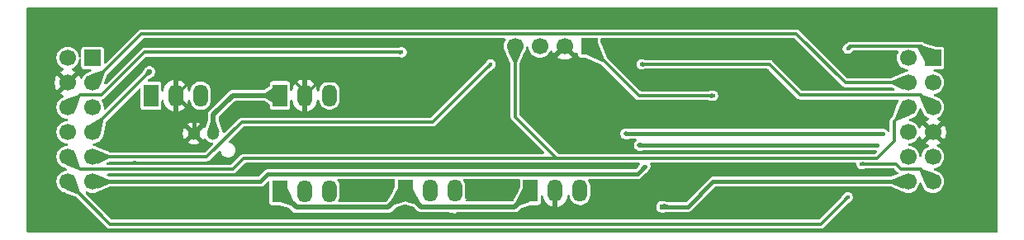
<source format=gbr>
%TF.GenerationSoftware,KiCad,Pcbnew,9.0.5*%
%TF.CreationDate,2025-11-06T16:02:27+09:00*%
%TF.ProjectId,________2,d6ecc3c9-dcfc-4c95-9f32-2e6b69636164,rev?*%
%TF.SameCoordinates,Original*%
%TF.FileFunction,Copper,L2,Bot*%
%TF.FilePolarity,Positive*%
%FSLAX46Y46*%
G04 Gerber Fmt 4.6, Leading zero omitted, Abs format (unit mm)*
G04 Created by KiCad (PCBNEW 9.0.5) date 2025-11-06 16:02:27*
%MOMM*%
%LPD*%
G01*
G04 APERTURE LIST*
%TA.AperFunction,ComponentPad*%
%ADD10C,1.300000*%
%TD*%
%TA.AperFunction,ComponentPad*%
%ADD11R,1.500000X2.300000*%
%TD*%
%TA.AperFunction,ComponentPad*%
%ADD12O,1.500000X2.300000*%
%TD*%
%TA.AperFunction,ComponentPad*%
%ADD13R,1.700000X1.700000*%
%TD*%
%TA.AperFunction,ComponentPad*%
%ADD14C,1.700000*%
%TD*%
%TA.AperFunction,ViaPad*%
%ADD15C,0.450000*%
%TD*%
%TA.AperFunction,ViaPad*%
%ADD16C,0.600000*%
%TD*%
%TA.AperFunction,ViaPad*%
%ADD17C,0.500000*%
%TD*%
%TA.AperFunction,Conductor*%
%ADD18C,0.300000*%
%TD*%
%TA.AperFunction,Conductor*%
%ADD19C,0.400000*%
%TD*%
%TA.AperFunction,Conductor*%
%ADD20C,0.500000*%
%TD*%
G04 APERTURE END LIST*
D10*
%TO.P,J3,2,Pin_2*%
%TO.N,/DC_GND*%
X67880000Y-116930000D03*
%TO.P,J3,1,Pin_1*%
%TO.N,/LiPo*%
X69880000Y-116930000D03*
%TD*%
D11*
%TO.P,U1,1,VI*%
%TO.N,/LiPo*%
X76690000Y-122850000D03*
D12*
%TO.P,U1,2,GND*%
%TO.N,/DC_GND*%
X79230000Y-122850000D03*
%TO.P,U1,3,VO*%
%TO.N,/5V_DC_ICS*%
X81770000Y-122850000D03*
%TD*%
D11*
%TO.P,U4,1,VI*%
%TO.N,/LiPo*%
X63483000Y-113047500D03*
D12*
%TO.P,U4,2,GND*%
%TO.N,/DC_GND*%
X66023000Y-113047500D03*
%TO.P,U4,3,VO*%
%TO.N,/5V_DC_Rudder*%
X68563000Y-113047500D03*
%TD*%
D11*
%TO.P,U3,1,VI*%
%TO.N,/LiPo*%
X102390000Y-122820000D03*
D12*
%TO.P,U3,2,GND*%
%TO.N,/DC_GND*%
X104930000Y-122820000D03*
%TO.P,U3,3,VO*%
%TO.N,/5V_DC_ESP*%
X107470000Y-122820000D03*
%TD*%
D13*
%TO.P,J6,1,Pin_1*%
%TO.N,/TX_ESP*%
X143650000Y-109180000D03*
D14*
%TO.P,J6,2,Pin_2*%
%TO.N,/RX_ESP*%
X141110000Y-109180000D03*
%TO.P,J6,3,Pin_3*%
%TO.N,/SCL_SDP_AS1*%
X143650000Y-111720000D03*
%TO.P,J6,4,Pin_4*%
%TO.N,/SDA_SDP_AS1*%
X141110000Y-111720000D03*
%TO.P,J6,5,Pin_5*%
%TO.N,/SCK_BMP*%
X143650000Y-114260000D03*
%TO.P,J6,6,Pin_6*%
%TO.N,/SDA_AS0*%
X141110000Y-114260000D03*
%TO.P,J6,7,Pin_7*%
%TO.N,/DC_GND*%
X143650000Y-116800000D03*
%TO.P,J6,8,Pin_8*%
%TO.N,/5V_DC_Bico*%
X141110000Y-116800000D03*
%TO.P,J6,9,Pin_9*%
%TO.N,/5V_DC_ICS*%
X143650000Y-119340000D03*
%TO.P,J6,10,Pin_10*%
%TO.N,/5V_DC_Rudder*%
X141110000Y-119340000D03*
%TO.P,J6,11,Pin_11*%
%TO.N,/3V3_BMP*%
X143650000Y-121880000D03*
%TO.P,J6,12,Pin_12*%
%TO.N,/5V_DC_Under*%
X141110000Y-121880000D03*
%TD*%
D11*
%TO.P,U2,1,VI*%
%TO.N,/LiPo*%
X76703000Y-113017500D03*
D12*
%TO.P,U2,2,GND*%
%TO.N,/DC_GND*%
X79243000Y-113017500D03*
%TO.P,U2,3,VO*%
%TO.N,/5V_DC_Bico*%
X81783000Y-113017500D03*
%TD*%
D13*
%TO.P,J1,1,Pin_1*%
%TO.N,/SCL_SDP_AS1*%
X57490000Y-109180000D03*
D14*
%TO.P,J1,2,Pin_2*%
%TO.N,unconnected-(J1-Pin_2-Pad2)*%
X54950000Y-109180000D03*
%TO.P,J1,3,Pin_3*%
%TO.N,/SDA_SDP_AS1*%
X57490000Y-111720000D03*
%TO.P,J1,4,Pin_4*%
%TO.N,/DC_GND*%
X54950000Y-111720000D03*
%TO.P,J1,5,Pin_5*%
%TO.N,/CLK_SD1*%
X57490000Y-114260000D03*
%TO.P,J1,6,Pin_6*%
%TO.N,/MISO_SD1*%
X54950000Y-114260000D03*
%TO.P,J1,7,Pin_7*%
%TO.N,/MOSI_SD1*%
X57490000Y-116800000D03*
%TO.P,J1,8,Pin_8*%
%TO.N,unconnected-(J1-Pin_8-Pad8)*%
X54950000Y-116800000D03*
%TO.P,J1,9,Pin_9*%
%TO.N,/SCK_BMP*%
X57490000Y-119340000D03*
%TO.P,J1,10,Pin_10*%
%TO.N,/SDA_AS0*%
X54950000Y-119340000D03*
%TO.P,J1,11,Pin_11*%
%TO.N,/3V3_ESP*%
X57490000Y-121880000D03*
%TO.P,J1,12,Pin_12*%
%TO.N,/CS_SD1*%
X54950000Y-121880000D03*
%TD*%
D13*
%TO.P,J2,1,Pin_1*%
%TO.N,/3V3_BMP*%
X108420000Y-107985000D03*
D14*
%TO.P,J2,2,Pin_2*%
%TO.N,/DC_GND*%
X105880000Y-107985000D03*
%TO.P,J2,3,Pin_3*%
%TO.N,/SCK_BMP*%
X103340000Y-107985000D03*
%TO.P,J2,4,Pin_4*%
%TO.N,/SDA_AS0*%
X100800000Y-107985000D03*
%TD*%
D11*
%TO.P,U5,1,VI*%
%TO.N,/LiPo*%
X89540000Y-122800000D03*
D12*
%TO.P,U5,2,GND*%
%TO.N,/DC_GND*%
X92080000Y-122800000D03*
%TO.P,U5,3,VO*%
%TO.N,/5V_DC_Under*%
X94620000Y-122800000D03*
%TD*%
D15*
%TO.N,/DC_GND*%
X144940000Y-107470000D03*
X144980000Y-104370000D03*
X143180000Y-107390000D03*
X132550000Y-108520000D03*
X133540000Y-109520000D03*
X133030000Y-107770000D03*
X138100000Y-109780000D03*
X139430000Y-108700000D03*
X139670000Y-109590000D03*
X137530000Y-108610000D03*
X136440000Y-109610000D03*
X140310000Y-110460000D03*
X139210000Y-111100000D03*
X136800000Y-111070000D03*
X139260000Y-112350000D03*
X136620000Y-112380000D03*
X137890000Y-114700000D03*
X139540000Y-113690000D03*
X136800000Y-113770000D03*
X136980000Y-116070000D03*
X139000000Y-115520000D03*
X136450000Y-124780000D03*
X135730000Y-126780000D03*
X131630000Y-122850000D03*
X130560000Y-125520000D03*
X129810000Y-122880000D03*
X127460000Y-125440000D03*
X126290000Y-122870000D03*
X124080000Y-125380000D03*
X133110000Y-124210000D03*
X133130000Y-122640000D03*
X131860000Y-125550000D03*
X120750000Y-125530000D03*
X123590000Y-122680000D03*
X121460000Y-122660000D03*
X120620000Y-123490000D03*
X89360000Y-118790000D03*
X92860000Y-118800000D03*
X96230000Y-118810000D03*
X99870000Y-118830000D03*
X103430000Y-118800000D03*
X110490000Y-118800000D03*
X105410000Y-118800000D03*
X107300000Y-118790000D03*
X114360000Y-118810000D03*
X113070000Y-120240000D03*
X113440000Y-116190000D03*
X112160000Y-115170000D03*
X109180000Y-116280000D03*
X105970000Y-115100000D03*
X103000000Y-116310000D03*
X101980000Y-115100000D03*
X98300000Y-116230000D03*
X95330000Y-116220000D03*
X96780000Y-115040000D03*
X94180000Y-115020000D03*
X100470000Y-116190000D03*
X100010000Y-115050000D03*
X93280000Y-116080000D03*
X92090000Y-115000000D03*
X89000000Y-115040000D03*
X116150000Y-115070000D03*
X116440000Y-113800000D03*
X114420000Y-115050000D03*
X117440000Y-114610000D03*
X113170000Y-113790000D03*
X110570000Y-113570000D03*
X107220000Y-113590000D03*
X103630000Y-113630000D03*
X100020000Y-113630000D03*
X97120000Y-113540000D03*
X89250000Y-112700000D03*
X90860000Y-111516500D03*
X86890000Y-110200000D03*
X85380000Y-111516500D03*
X93190000Y-113560000D03*
X87180000Y-113560000D03*
X88830000Y-109370000D03*
X83050000Y-109410000D03*
X82790000Y-111516500D03*
X84140000Y-112780000D03*
X84530000Y-114590000D03*
X86180000Y-114950000D03*
X82180000Y-118840000D03*
X79560000Y-118820000D03*
X76310000Y-118840000D03*
X85680000Y-118840000D03*
X71040000Y-116550000D03*
X68980000Y-114820000D03*
X73180000Y-118730000D03*
X71910000Y-117710000D03*
X82000000Y-117380000D03*
X81540000Y-116450000D03*
X76100000Y-116460000D03*
X76410000Y-117340000D03*
X79310000Y-117390000D03*
X78720000Y-116480000D03*
X84150000Y-116510000D03*
X84930000Y-117330000D03*
X74000000Y-117360000D03*
X73180000Y-116470000D03*
X75160000Y-114750000D03*
X82440000Y-114790000D03*
X80580000Y-114620000D03*
X77900000Y-114730000D03*
X75050000Y-113850000D03*
X72140000Y-113930000D03*
X72050000Y-115420000D03*
X72570000Y-111280000D03*
X79450000Y-110370000D03*
X76280000Y-110340000D03*
X73400000Y-110330000D03*
X69450000Y-110330000D03*
X66990000Y-111410000D03*
X75010000Y-112170000D03*
X71590000Y-112150000D03*
X70250000Y-113480000D03*
X77935000Y-111355000D03*
X80780000Y-111516500D03*
X81750000Y-110320000D03*
X64660000Y-110360000D03*
X64110000Y-111260000D03*
X98350000Y-123640000D03*
X98400000Y-121910000D03*
X100390000Y-123560000D03*
X100940000Y-121850000D03*
X95880000Y-121980000D03*
X96520000Y-123620000D03*
X115320000Y-121970000D03*
X114740000Y-120920000D03*
X113440000Y-122620000D03*
X115430000Y-120230000D03*
X116710000Y-120270000D03*
X117040000Y-122350000D03*
X112370000Y-122050000D03*
X108930000Y-121900000D03*
X109770000Y-120360000D03*
X103810000Y-120280000D03*
X98320000Y-120370000D03*
X92660000Y-120340000D03*
X142460000Y-122690000D03*
X136580000Y-122680000D03*
X134370000Y-125040000D03*
X132780000Y-126830000D03*
X127470000Y-126830000D03*
X123310000Y-126850000D03*
X118360000Y-126830000D03*
X113250000Y-126850000D03*
X109270000Y-126840000D03*
X105400000Y-126830000D03*
X101920000Y-126850000D03*
X98230000Y-126850000D03*
X94940000Y-126840000D03*
X91190000Y-126850000D03*
X87120000Y-126820000D03*
X86890000Y-122740000D03*
X84540000Y-122780000D03*
X85780000Y-123680000D03*
X85860000Y-121930000D03*
X88260000Y-121840000D03*
X87430000Y-123670000D03*
X83730000Y-123640000D03*
X83090000Y-121900000D03*
X87810000Y-120210000D03*
X84630000Y-120190000D03*
X81170000Y-120230000D03*
X77870000Y-120290000D03*
X74260000Y-120220000D03*
X74790000Y-120710000D03*
X83250000Y-126840000D03*
X79230000Y-126850000D03*
X75680000Y-126850000D03*
X70700000Y-126850000D03*
X63030000Y-126850000D03*
X67010000Y-126850000D03*
X58800000Y-126790000D03*
X55610000Y-123590000D03*
X75760000Y-125430000D03*
X79220000Y-125410000D03*
X83240000Y-125470000D03*
X72990000Y-124460000D03*
X68760000Y-124100000D03*
X61300000Y-124090000D03*
X64910000Y-124150000D03*
X70650000Y-125510000D03*
X63010000Y-125490000D03*
X66890000Y-125460000D03*
X70540000Y-122680000D03*
X63040000Y-122690000D03*
X66810000Y-122650000D03*
X75790000Y-124670000D03*
X75200000Y-123550000D03*
X59640000Y-125500000D03*
X59300000Y-122630000D03*
X57400000Y-123300000D03*
X69020000Y-121200000D03*
X62580000Y-121220000D03*
X65820000Y-121200000D03*
X66720000Y-120010000D03*
X61800000Y-119950000D03*
X64320000Y-120010000D03*
X73060000Y-121180000D03*
X72660000Y-120790000D03*
X69460000Y-119940000D03*
X71650000Y-119840000D03*
X59410000Y-121200000D03*
X59310000Y-119980000D03*
X66010000Y-116930000D03*
X63690000Y-116930000D03*
X60380000Y-117170000D03*
X67320000Y-118550000D03*
X64960000Y-118590000D03*
X61720000Y-118540000D03*
X64860000Y-115630000D03*
X61648000Y-115540000D03*
X67280000Y-115460000D03*
X58120000Y-118060000D03*
X59110000Y-118470000D03*
X62360000Y-114640000D03*
X64250000Y-114960000D03*
X60460000Y-114640000D03*
X59030000Y-116100000D03*
X62160000Y-112810000D03*
X63440000Y-109420000D03*
X62350000Y-110510000D03*
X60490000Y-112340000D03*
X59140000Y-113800000D03*
X134180000Y-120920000D03*
X131670000Y-120920000D03*
X129180000Y-120920000D03*
X126460000Y-120920000D03*
X123820000Y-120920000D03*
X136585000Y-120895000D03*
X138550000Y-120750000D03*
X137950000Y-121140000D03*
X120870000Y-120920000D03*
X120750000Y-120190000D03*
X128370000Y-118850000D03*
X123040000Y-118830000D03*
X125550000Y-118850000D03*
X131100000Y-118860000D03*
X120540000Y-118840000D03*
X125440000Y-115110000D03*
X122180000Y-115010000D03*
X123310000Y-113850000D03*
X124180000Y-116270000D03*
X128310000Y-116210000D03*
X125810000Y-113790000D03*
X120700000Y-116170000D03*
X120660000Y-113780000D03*
X130760000Y-110680000D03*
X132460000Y-110620000D03*
X129000000Y-110810000D03*
X133610000Y-112010000D03*
X131240000Y-109200000D03*
X130420000Y-112290000D03*
X127340000Y-109230000D03*
X124480000Y-109130000D03*
X121160000Y-109150000D03*
X129490000Y-114070000D03*
X123510000Y-111440000D03*
X126650000Y-110530000D03*
X126440000Y-112290000D03*
X130620000Y-116230000D03*
X132880000Y-113730000D03*
X132930000Y-116230000D03*
X120170000Y-112090000D03*
X120810000Y-110530000D03*
X116130000Y-110540000D03*
X112160000Y-110500000D03*
X113630000Y-112050000D03*
X116560000Y-112010000D03*
X109030000Y-112060000D03*
X103960000Y-112040000D03*
X106480000Y-112040000D03*
X111470000Y-112050000D03*
X101540000Y-112080000D03*
X108050000Y-110590000D03*
X103630000Y-110570000D03*
X105790000Y-110590000D03*
X110040000Y-110600000D03*
X101560000Y-110600000D03*
X100050000Y-110560000D03*
X98530000Y-110630000D03*
X100020000Y-112050000D03*
X97100000Y-112040000D03*
X121630000Y-107830000D03*
X123430000Y-107890000D03*
X124830000Y-107430000D03*
X126430000Y-107850000D03*
X128030000Y-107420000D03*
X129620000Y-107730000D03*
X120620000Y-107340000D03*
X116980000Y-107400000D03*
X117080000Y-109100000D03*
X115490000Y-107380000D03*
X113830000Y-109010000D03*
X112390000Y-107400000D03*
X110520000Y-109130000D03*
X109900000Y-107510000D03*
X106990000Y-109140000D03*
X102520000Y-109140000D03*
X104670000Y-109040000D03*
X102080000Y-108600000D03*
X95090000Y-108330000D03*
X97730000Y-109120000D03*
X99360000Y-107380000D03*
X99730000Y-109010000D03*
X96390000Y-110650000D03*
X96440000Y-107510000D03*
X95485000Y-109725000D03*
X93270000Y-107440000D03*
X140010000Y-106880000D03*
X141160000Y-107260000D03*
X139510000Y-106020000D03*
X136470000Y-105980000D03*
X132410000Y-106070000D03*
X131460000Y-107480000D03*
X128960000Y-106010000D03*
X125020000Y-105990000D03*
X121120000Y-106000000D03*
X116610000Y-105950000D03*
X112520000Y-105980000D03*
X109250000Y-105980000D03*
X105760000Y-105940000D03*
X102520000Y-105960000D03*
X100150000Y-105990000D03*
X97380000Y-105950000D03*
X94610000Y-106030000D03*
X91630000Y-106020000D03*
X89320000Y-106010000D03*
X86540000Y-105980000D03*
X84260000Y-106110000D03*
X81900000Y-106000000D03*
X79370000Y-106020000D03*
X77100000Y-105990000D03*
X74530000Y-106010000D03*
X71910000Y-106040000D03*
X69670000Y-106050000D03*
X67350000Y-106080000D03*
X65010000Y-105990000D03*
X62010000Y-106020000D03*
X60360000Y-106020000D03*
X60160000Y-107920000D03*
X58630000Y-107780000D03*
X58940000Y-109260000D03*
X67330000Y-107850000D03*
X69610000Y-107890000D03*
X71820000Y-107920000D03*
X74600000Y-107870000D03*
X77160000Y-107890000D03*
X79350000Y-107900000D03*
X81920000Y-107870000D03*
X84250000Y-107870000D03*
X86540000Y-107870000D03*
X89340000Y-107840000D03*
X90240000Y-108680000D03*
X92030000Y-108480000D03*
X91940000Y-110130000D03*
X93740000Y-110110000D03*
X95360000Y-111700000D03*
X93670000Y-112050000D03*
X91490000Y-107860000D03*
X64900000Y-107860000D03*
X60470000Y-109860000D03*
X61750000Y-108590000D03*
X63070000Y-107450000D03*
X59200000Y-111170000D03*
%TO.N,/3V3_ESP*%
X114155000Y-120305000D03*
D16*
%TO.N,/MOSI_SD1*%
X63314250Y-110614250D03*
%TO.N,/5V_DC_Under*%
X115890000Y-124470000D03*
D15*
%TO.N,/MISO_SD1*%
X89190000Y-108590000D03*
%TO.N,/CS_SD1*%
X134920000Y-123475000D03*
%TO.N,/DC_GND*%
X97585000Y-107625000D03*
%TO.N,/TX_ESP*%
X134920000Y-108220000D03*
%TO.N,/SCK_BMP*%
X113770000Y-109830000D03*
X98290000Y-109830000D03*
%TO.N,/5V_DC_Rudder*%
X137950000Y-118150000D03*
D17*
X113560000Y-118150000D03*
D15*
%TO.N,/5V_DC_Bico*%
X138530000Y-116980000D03*
D17*
X112140000Y-116980000D03*
D15*
%TO.N,/3V3_BMP*%
X136340000Y-120065000D03*
X121120000Y-113055000D03*
%TD*%
D18*
%TO.N,/CS_SD1*%
X59300000Y-126230000D02*
X132165000Y-126230000D01*
%TO.N,/DC_GND*%
X90860000Y-111516500D02*
X85380000Y-111516500D01*
X85380000Y-111516500D02*
X82790000Y-111516500D01*
X82790000Y-111516500D02*
X80780000Y-111516500D01*
X72570000Y-111280000D02*
X77860000Y-111280000D01*
X77935000Y-111355000D02*
X79243000Y-112663000D01*
X80780000Y-111516500D02*
X80744000Y-111516500D01*
X95485000Y-109725000D02*
X93693500Y-111516500D01*
%TO.N,/SDA_AS0*%
X72990000Y-119490000D02*
X105060000Y-119490000D01*
X71880000Y-120600000D02*
X72990000Y-119490000D01*
X56210000Y-120600000D02*
X71880000Y-120600000D01*
X54950000Y-119340000D02*
X56210000Y-120600000D01*
%TO.N,/MISO_SD1*%
X58430000Y-112980000D02*
X62820000Y-108590000D01*
X62820000Y-108590000D02*
X89190000Y-108590000D01*
X56230000Y-112980000D02*
X58430000Y-112980000D01*
X54950000Y-114260000D02*
X56230000Y-112980000D01*
%TO.N,/CS_SD1*%
X54950000Y-121880000D02*
X59300000Y-126230000D01*
%TO.N,/SCK_BMP*%
X72790000Y-115750000D02*
X69200000Y-119340000D01*
X92370000Y-115750000D02*
X72790000Y-115750000D01*
X69200000Y-119340000D02*
X57490000Y-119340000D01*
X98290000Y-109830000D02*
X92370000Y-115750000D01*
%TO.N,/MOSI_SD1*%
X63314250Y-110614250D02*
X57490000Y-116438500D01*
X57490000Y-116438500D02*
X57490000Y-116800000D01*
%TO.N,/SDA_SDP_AS1*%
X57490000Y-111720000D02*
X62510000Y-106700000D01*
X62510000Y-106700000D02*
X129660000Y-106700000D01*
D19*
%TO.N,/5V_DC_Under*%
X121100000Y-121880000D02*
X141110000Y-121880000D01*
X118510000Y-124470000D02*
X121100000Y-121880000D01*
X115890000Y-124470000D02*
X118510000Y-124470000D01*
D18*
%TO.N,/3V3_BMP*%
X140410000Y-120600000D02*
X142370000Y-120600000D01*
X142370000Y-120600000D02*
X143650000Y-121880000D01*
X139875000Y-120065000D02*
X140410000Y-120600000D01*
X136340000Y-120065000D02*
X139875000Y-120065000D01*
D19*
%TO.N,/5V_DC_Rudder*%
X137950000Y-118150000D02*
X113560000Y-118150000D01*
%TO.N,/5V_DC_Bico*%
X138530000Y-116980000D02*
X112140000Y-116980000D01*
D18*
%TO.N,/3V3_BMP*%
X121120000Y-113055000D02*
X113490000Y-113055000D01*
X113490000Y-113055000D02*
X108420000Y-107985000D01*
%TO.N,/CS_SD1*%
X132165000Y-126230000D02*
X134920000Y-123475000D01*
%TO.N,/SCK_BMP*%
X130080000Y-113000000D02*
X126910000Y-109830000D01*
X142390000Y-113000000D02*
X130080000Y-113000000D01*
X143650000Y-114260000D02*
X142390000Y-113000000D01*
X126910000Y-109830000D02*
X113770000Y-109830000D01*
%TO.N,/SDA_AS0*%
X100810000Y-115240000D02*
X105060000Y-119490000D01*
X100810000Y-107995000D02*
X100810000Y-115240000D01*
X100800000Y-107985000D02*
X100810000Y-107995000D01*
X139660000Y-117730000D02*
X137900000Y-119490000D01*
X139660000Y-117730000D02*
X139660000Y-115710000D01*
X105060000Y-119490000D02*
X137900000Y-119490000D01*
X139660000Y-115710000D02*
X141110000Y-114260000D01*
%TO.N,/TX_ESP*%
X142449000Y-107979000D02*
X143650000Y-109180000D01*
X135161000Y-107979000D02*
X142449000Y-107979000D01*
X134920000Y-108220000D02*
X135161000Y-107979000D01*
%TO.N,/SDA_SDP_AS1*%
X134680000Y-111720000D02*
X141110000Y-111720000D01*
X129660000Y-106700000D02*
X134680000Y-111720000D01*
D19*
%TO.N,/DC_GND*%
X67880000Y-114904500D02*
X66023000Y-113047500D01*
X67880000Y-116930000D02*
X67880000Y-114904500D01*
D20*
%TO.N,/LiPo*%
X71852500Y-113017500D02*
X69880000Y-114990000D01*
X76703000Y-113017500D02*
X71852500Y-113017500D01*
X69880000Y-114990000D02*
X69880000Y-116930000D01*
D18*
%TO.N,/DC_GND*%
X97585000Y-107625000D02*
X95485000Y-109725000D01*
X80744000Y-111516500D02*
X79243000Y-113017500D01*
X79243000Y-122837000D02*
X79230000Y-122850000D01*
X92073000Y-122793000D02*
X92080000Y-122800000D01*
X66023000Y-113047500D02*
X67790500Y-111280000D01*
X77860000Y-111280000D02*
X77935000Y-111355000D01*
X67790500Y-111280000D02*
X72570000Y-111280000D01*
X79243000Y-112663000D02*
X79243000Y-113017500D01*
X93693500Y-111516500D02*
X90860000Y-111516500D01*
D20*
%TO.N,/LiPo*%
X100760000Y-124450000D02*
X102390000Y-122820000D01*
X89540000Y-122800000D02*
X91190000Y-124450000D01*
X76690000Y-122850000D02*
X78360000Y-124520000D01*
X91190000Y-124450000D02*
X100760000Y-124450000D01*
X87820000Y-124520000D02*
X89540000Y-122800000D01*
X78360000Y-124520000D02*
X87820000Y-124520000D01*
D19*
%TO.N,/3V3_ESP*%
X57490000Y-121880000D02*
X74690000Y-121880000D01*
X113360000Y-121100000D02*
X75470000Y-121100000D01*
X75470000Y-121100000D02*
X74690000Y-121880000D01*
X114155000Y-120305000D02*
X113360000Y-121100000D01*
%TD*%
%TA.AperFunction,Conductor*%
%TO.N,/DC_GND*%
G36*
X88432539Y-121620185D02*
G01*
X88478294Y-121672989D01*
X88489500Y-121724500D01*
X88489500Y-122377945D01*
X88476409Y-122433398D01*
X88186612Y-123012993D01*
X87833741Y-123718734D01*
X87810513Y-123750960D01*
X87628292Y-123933182D01*
X87566972Y-123966666D01*
X87540613Y-123969500D01*
X82784659Y-123969500D01*
X82717620Y-123949815D01*
X82671865Y-123897011D01*
X82661921Y-123827853D01*
X82681556Y-123776610D01*
X82685333Y-123770957D01*
X82700941Y-123747598D01*
X82780130Y-123556420D01*
X82820500Y-123353465D01*
X82820500Y-122346535D01*
X82780130Y-122143580D01*
X82700941Y-121952402D01*
X82700940Y-121952400D01*
X82700940Y-121952399D01*
X82594694Y-121793390D01*
X82573816Y-121726713D01*
X82592301Y-121659333D01*
X82644280Y-121612643D01*
X82697796Y-121600500D01*
X88365500Y-121600500D01*
X88432539Y-121620185D01*
G37*
%TD.AperFunction*%
%TA.AperFunction,Conductor*%
G36*
X101282539Y-121620185D02*
G01*
X101328294Y-121672989D01*
X101339500Y-121724500D01*
X101339500Y-122397945D01*
X101326409Y-122453398D01*
X101046612Y-123012993D01*
X100683742Y-123738732D01*
X100682005Y-123741140D01*
X100681666Y-123742703D01*
X100660515Y-123770957D01*
X100568294Y-123863180D01*
X100506971Y-123896666D01*
X100480612Y-123899500D01*
X95899387Y-123899500D01*
X95832348Y-123879815D01*
X95786593Y-123827011D01*
X95776649Y-123757853D01*
X95802099Y-123698616D01*
X95842295Y-123647754D01*
X95721885Y-123609325D01*
X95664005Y-123570189D01*
X95636471Y-123505973D01*
X95637970Y-123467003D01*
X95642538Y-123444040D01*
X95670500Y-123303465D01*
X95670500Y-122296535D01*
X95630130Y-122093580D01*
X95550941Y-121902402D01*
X95478101Y-121793389D01*
X95457225Y-121726713D01*
X95475710Y-121659333D01*
X95527689Y-121612643D01*
X95581205Y-121600500D01*
X101215500Y-121600500D01*
X101282539Y-121620185D01*
G37*
%TD.AperFunction*%
%TA.AperFunction,Conductor*%
G36*
X113560708Y-119960185D02*
G01*
X113606463Y-120012989D01*
X113616407Y-120082147D01*
X113587382Y-120145703D01*
X113585770Y-120147526D01*
X113479044Y-120265834D01*
X113473720Y-120274506D01*
X113472235Y-120276711D01*
X113470380Y-120278248D01*
X113457082Y-120295102D01*
X113189003Y-120563182D01*
X113127683Y-120596666D01*
X113101324Y-120599500D01*
X75404108Y-120599500D01*
X75276812Y-120633608D01*
X75162686Y-120699500D01*
X75162683Y-120699502D01*
X74519005Y-121343181D01*
X74457682Y-121376666D01*
X74431324Y-121379500D01*
X59271834Y-121379500D01*
X59263419Y-121377811D01*
X59258149Y-121378743D01*
X59223982Y-121369895D01*
X59030344Y-121288895D01*
X58976094Y-121244864D01*
X58954260Y-121178494D01*
X58971776Y-121110855D01*
X59023079Y-121063423D01*
X59078196Y-121050500D01*
X71939308Y-121050500D01*
X71939309Y-121050500D01*
X72029673Y-121026286D01*
X72053887Y-121019799D01*
X72156614Y-120960489D01*
X73140284Y-119976819D01*
X73201607Y-119943334D01*
X73227965Y-119940500D01*
X105000691Y-119940500D01*
X113493669Y-119940500D01*
X113560708Y-119960185D01*
G37*
%TD.AperFunction*%
%TA.AperFunction,Conductor*%
G36*
X99807878Y-107170185D02*
G01*
X99853633Y-107222989D01*
X99863577Y-107292147D01*
X99841157Y-107347385D01*
X99816006Y-107382002D01*
X99733788Y-107543360D01*
X99733787Y-107543363D01*
X99677829Y-107715589D01*
X99649500Y-107894448D01*
X99649500Y-108075551D01*
X99677829Y-108254410D01*
X99733787Y-108426636D01*
X99733790Y-108426644D01*
X99816002Y-108587990D01*
X99817189Y-108589927D01*
X99823775Y-108602167D01*
X100088870Y-109168808D01*
X100347816Y-109722309D01*
X100359500Y-109774853D01*
X100359500Y-115299309D01*
X100375512Y-115359065D01*
X100376747Y-115363674D01*
X100376747Y-115363675D01*
X100390199Y-115413885D01*
X100423704Y-115471916D01*
X100449511Y-115516614D01*
X100449513Y-115516616D01*
X103760715Y-118827819D01*
X103794200Y-118889142D01*
X103789216Y-118958834D01*
X103747344Y-119014767D01*
X103681880Y-119039184D01*
X103673034Y-119039500D01*
X72930691Y-119039500D01*
X72841547Y-119063386D01*
X72841546Y-119063386D01*
X72816114Y-119070199D01*
X72713386Y-119129511D01*
X72713383Y-119129513D01*
X71729716Y-120113181D01*
X71668393Y-120146666D01*
X71642035Y-120149500D01*
X59036990Y-120149500D01*
X58969951Y-120129815D01*
X58924196Y-120077011D01*
X58914252Y-120007853D01*
X58943277Y-119944297D01*
X58985209Y-119912829D01*
X59226734Y-119801829D01*
X59278515Y-119790500D01*
X69259308Y-119790500D01*
X69259309Y-119790500D01*
X69349673Y-119766286D01*
X69373887Y-119759799D01*
X69476614Y-119700489D01*
X70439527Y-118737574D01*
X70500848Y-118704091D01*
X70570539Y-118709075D01*
X70626473Y-118750946D01*
X70648823Y-118801063D01*
X70658341Y-118848910D01*
X70658343Y-118848917D01*
X70714912Y-118985488D01*
X70714919Y-118985501D01*
X70797048Y-119108415D01*
X70797051Y-119108419D01*
X70901580Y-119212948D01*
X70901584Y-119212951D01*
X71024498Y-119295080D01*
X71024511Y-119295087D01*
X71161082Y-119351656D01*
X71161087Y-119351658D01*
X71161091Y-119351658D01*
X71161092Y-119351659D01*
X71306079Y-119380500D01*
X71306082Y-119380500D01*
X71453920Y-119380500D01*
X71551462Y-119361096D01*
X71598913Y-119351658D01*
X71735495Y-119295084D01*
X71858416Y-119212951D01*
X71962951Y-119108416D01*
X72045084Y-118985495D01*
X72101658Y-118848913D01*
X72118599Y-118763748D01*
X72130500Y-118703920D01*
X72130500Y-118556079D01*
X72101659Y-118411092D01*
X72101658Y-118411091D01*
X72101658Y-118411087D01*
X72081528Y-118362488D01*
X72045087Y-118274511D01*
X72045080Y-118274498D01*
X71962951Y-118151584D01*
X71962948Y-118151580D01*
X71858419Y-118047051D01*
X71858415Y-118047048D01*
X71735501Y-117964919D01*
X71735488Y-117964912D01*
X71598917Y-117908343D01*
X71598907Y-117908340D01*
X71551066Y-117898824D01*
X71489155Y-117866439D01*
X71454581Y-117805723D01*
X71458322Y-117735953D01*
X71487577Y-117689526D01*
X72139721Y-117037383D01*
X72940285Y-116236819D01*
X73001608Y-116203334D01*
X73027966Y-116200500D01*
X92429308Y-116200500D01*
X92429309Y-116200500D01*
X92519673Y-116176286D01*
X92543887Y-116169799D01*
X92646614Y-116110489D01*
X98246805Y-110510296D01*
X98263316Y-110496437D01*
X98264294Y-110495750D01*
X98264297Y-110495750D01*
X98447971Y-110367029D01*
X98580876Y-110273888D01*
X98581002Y-110273799D01*
X98583445Y-110272069D01*
X98583452Y-110272061D01*
X98587906Y-110268227D01*
X98588363Y-110268758D01*
X98608809Y-110252730D01*
X98612665Y-110250505D01*
X98710505Y-110152665D01*
X98779688Y-110032836D01*
X98815500Y-109899183D01*
X98815500Y-109760817D01*
X98779688Y-109627164D01*
X98710505Y-109507335D01*
X98612665Y-109409495D01*
X98612664Y-109409494D01*
X98612661Y-109409492D01*
X98492838Y-109340313D01*
X98492837Y-109340312D01*
X98492836Y-109340312D01*
X98359183Y-109304500D01*
X98220817Y-109304500D01*
X98087164Y-109340312D01*
X98087161Y-109340313D01*
X97967338Y-109409492D01*
X97967333Y-109409496D01*
X97869498Y-109507331D01*
X97869489Y-109507343D01*
X97866227Y-109512993D01*
X97849627Y-109534392D01*
X97849906Y-109534629D01*
X97846203Y-109538992D01*
X97623557Y-109856687D01*
X97609692Y-109873203D01*
X92219716Y-115263181D01*
X92158393Y-115296666D01*
X92132035Y-115299500D01*
X72730691Y-115299500D01*
X72640325Y-115323713D01*
X72640324Y-115323712D01*
X72616115Y-115330200D01*
X72616106Y-115330204D01*
X72513392Y-115389505D01*
X72513384Y-115389511D01*
X71033696Y-116869198D01*
X71024777Y-116874067D01*
X71018542Y-116882095D01*
X70994626Y-116890531D01*
X70972373Y-116902683D01*
X70962235Y-116901958D01*
X70952652Y-116905339D01*
X70927976Y-116899507D01*
X70902681Y-116897699D01*
X70894544Y-116891607D01*
X70884655Y-116889271D01*
X70867046Y-116871022D01*
X70846748Y-116855827D01*
X70841905Y-116844968D01*
X70836139Y-116838992D01*
X70824398Y-116805708D01*
X70823262Y-116799999D01*
X70811113Y-116738918D01*
X70805936Y-116712893D01*
X70804725Y-116705709D01*
X70803089Y-116693875D01*
X70803086Y-116693868D01*
X70803086Y-116693863D01*
X70802844Y-116692827D01*
X70799252Y-116679289D01*
X70793973Y-116652749D01*
X70789513Y-116641982D01*
X70771860Y-116599362D01*
X70768803Y-116591178D01*
X70436882Y-115596980D01*
X70430500Y-115557712D01*
X70430500Y-115269387D01*
X70450185Y-115202348D01*
X70466819Y-115181706D01*
X72044206Y-113604319D01*
X72105529Y-113570834D01*
X72131887Y-113568000D01*
X75065459Y-113568000D01*
X75132498Y-113587685D01*
X75134243Y-113588826D01*
X75597284Y-113897520D01*
X75642144Y-113951084D01*
X75652500Y-114000692D01*
X75652500Y-114212356D01*
X75652502Y-114212382D01*
X75655413Y-114237487D01*
X75655415Y-114237491D01*
X75700793Y-114340264D01*
X75700794Y-114340265D01*
X75780235Y-114419706D01*
X75883009Y-114465085D01*
X75908135Y-114468000D01*
X77497864Y-114467999D01*
X77497879Y-114467997D01*
X77497882Y-114467997D01*
X77522987Y-114465086D01*
X77522988Y-114465085D01*
X77522991Y-114465085D01*
X77625765Y-114419706D01*
X77705206Y-114340265D01*
X77750585Y-114237491D01*
X77753500Y-114212365D01*
X77753499Y-113579300D01*
X77773183Y-113512264D01*
X77825987Y-113466509D01*
X77895146Y-113456565D01*
X77958702Y-113485590D01*
X77996476Y-113544368D01*
X77999972Y-113559904D01*
X78023778Y-113710206D01*
X78084581Y-113897335D01*
X78173904Y-114072643D01*
X78289555Y-114231821D01*
X78428678Y-114370944D01*
X78587856Y-114486595D01*
X78763162Y-114575918D01*
X78950283Y-114636718D01*
X78993000Y-114643484D01*
X78993000Y-113450512D01*
X79050007Y-113483425D01*
X79177174Y-113517500D01*
X79308826Y-113517500D01*
X79435993Y-113483425D01*
X79493000Y-113450512D01*
X79493000Y-114643483D01*
X79535716Y-114636718D01*
X79722837Y-114575918D01*
X79898143Y-114486595D01*
X80057321Y-114370944D01*
X80196444Y-114231821D01*
X80312095Y-114072643D01*
X80401418Y-113897335D01*
X80462221Y-113710205D01*
X80490094Y-113534228D01*
X80520023Y-113471093D01*
X80579335Y-113434162D01*
X80649197Y-113435160D01*
X80707430Y-113473770D01*
X80734184Y-113529435D01*
X80772868Y-113723912D01*
X80772870Y-113723920D01*
X80811988Y-113818360D01*
X80852059Y-113915098D01*
X80902497Y-113990585D01*
X80967024Y-114087157D01*
X81113342Y-114233475D01*
X81113345Y-114233477D01*
X81285402Y-114348441D01*
X81476580Y-114427630D01*
X81664875Y-114465084D01*
X81679530Y-114467999D01*
X81679534Y-114468000D01*
X81679535Y-114468000D01*
X81886466Y-114468000D01*
X81886467Y-114467999D01*
X82089420Y-114427630D01*
X82280598Y-114348441D01*
X82452655Y-114233477D01*
X82598977Y-114087155D01*
X82713941Y-113915098D01*
X82793130Y-113723920D01*
X82833500Y-113520965D01*
X82833500Y-112514035D01*
X82793130Y-112311080D01*
X82713941Y-112119902D01*
X82598977Y-111947845D01*
X82598975Y-111947842D01*
X82452657Y-111801524D01*
X82292834Y-111694735D01*
X82280598Y-111686559D01*
X82089420Y-111607370D01*
X82089412Y-111607368D01*
X81886469Y-111567000D01*
X81886465Y-111567000D01*
X81679535Y-111567000D01*
X81679530Y-111567000D01*
X81476587Y-111607368D01*
X81476579Y-111607370D01*
X81285403Y-111686558D01*
X81113342Y-111801524D01*
X80967024Y-111947842D01*
X80852058Y-112119903D01*
X80772870Y-112311079D01*
X80772868Y-112311087D01*
X80734184Y-112505564D01*
X80701799Y-112567475D01*
X80641083Y-112602049D01*
X80571314Y-112598310D01*
X80514642Y-112557443D01*
X80490094Y-112500771D01*
X80462221Y-112324794D01*
X80401418Y-112137664D01*
X80312095Y-111962356D01*
X80196444Y-111803178D01*
X80057321Y-111664055D01*
X79898143Y-111548404D01*
X79722835Y-111459081D01*
X79535705Y-111398278D01*
X79493000Y-111391514D01*
X79493000Y-112584488D01*
X79435993Y-112551575D01*
X79308826Y-112517500D01*
X79177174Y-112517500D01*
X79050007Y-112551575D01*
X78993000Y-112584488D01*
X78993000Y-111391514D01*
X78992999Y-111391514D01*
X78950294Y-111398278D01*
X78763164Y-111459081D01*
X78587856Y-111548404D01*
X78428678Y-111664055D01*
X78289555Y-111803178D01*
X78173904Y-111962356D01*
X78084581Y-112137664D01*
X78023778Y-112324794D01*
X77999972Y-112475097D01*
X77970042Y-112538232D01*
X77910731Y-112575163D01*
X77840868Y-112574165D01*
X77782636Y-112535555D01*
X77754522Y-112471591D01*
X77753499Y-112455699D01*
X77753499Y-111822643D01*
X77753499Y-111822636D01*
X77753497Y-111822617D01*
X77750586Y-111797512D01*
X77750585Y-111797510D01*
X77750585Y-111797509D01*
X77705206Y-111694735D01*
X77625765Y-111615294D01*
X77584333Y-111597000D01*
X77522992Y-111569915D01*
X77497865Y-111567000D01*
X75908143Y-111567000D01*
X75908117Y-111567002D01*
X75883012Y-111569913D01*
X75883008Y-111569915D01*
X75780235Y-111615293D01*
X75700794Y-111694734D01*
X75655415Y-111797506D01*
X75655415Y-111797508D01*
X75652500Y-111822631D01*
X75652500Y-112034303D01*
X75632815Y-112101342D01*
X75597283Y-112137477D01*
X75134240Y-112446174D01*
X75067541Y-112466982D01*
X75065457Y-112467000D01*
X71780025Y-112467000D01*
X71675017Y-112495137D01*
X71640014Y-112504516D01*
X71514486Y-112576989D01*
X71514483Y-112576991D01*
X69439491Y-114651983D01*
X69439487Y-114651988D01*
X69371188Y-114770288D01*
X69371188Y-114770289D01*
X69367016Y-114777515D01*
X69329500Y-114917525D01*
X69329500Y-114917527D01*
X69329500Y-115557710D01*
X69323118Y-115596978D01*
X69087503Y-116302709D01*
X69047602Y-116360064D01*
X68983026Y-116386743D01*
X68914278Y-116374274D01*
X68866972Y-116330818D01*
X68866432Y-116331211D01*
X68864489Y-116328538D01*
X68864160Y-116328235D01*
X68863568Y-116327269D01*
X68852085Y-116311466D01*
X68233553Y-116929999D01*
X68233553Y-116930001D01*
X68852085Y-117548533D01*
X68852085Y-117548532D01*
X68863569Y-117532727D01*
X68863570Y-117532727D01*
X68886933Y-117486876D01*
X68934907Y-117436080D01*
X69002728Y-117419285D01*
X69068863Y-117441823D01*
X69100519Y-117474280D01*
X69141697Y-117535907D01*
X69141700Y-117535911D01*
X69274088Y-117668299D01*
X69274092Y-117668302D01*
X69429762Y-117772318D01*
X69429768Y-117772321D01*
X69429769Y-117772322D01*
X69602749Y-117843973D01*
X69755711Y-117874398D01*
X69817619Y-117906782D01*
X69852193Y-117967498D01*
X69848454Y-118037267D01*
X69819198Y-118083696D01*
X69049716Y-118853181D01*
X68988393Y-118886666D01*
X68962035Y-118889500D01*
X59278518Y-118889500D01*
X59226737Y-118878171D01*
X59163074Y-118848913D01*
X58107030Y-118363577D01*
X58094038Y-118356643D01*
X58093000Y-118356007D01*
X57931644Y-118273790D01*
X57931636Y-118273787D01*
X57759410Y-118217829D01*
X57625669Y-118196646D01*
X57624840Y-118196253D01*
X57623930Y-118196358D01*
X57593349Y-118181325D01*
X57562534Y-118166717D01*
X57562049Y-118165938D01*
X57561227Y-118165534D01*
X57543637Y-118136369D01*
X57525603Y-118107405D01*
X57525459Y-118106227D01*
X57525143Y-118105703D01*
X57521117Y-118070640D01*
X57521356Y-118062256D01*
X57542943Y-117995804D01*
X57597030Y-117951573D01*
X57625908Y-117943316D01*
X57681769Y-117934467D01*
X57759409Y-117922171D01*
X57821228Y-117902085D01*
X67261466Y-117902085D01*
X67261466Y-117902086D01*
X67277267Y-117913566D01*
X67277275Y-117913571D01*
X67438552Y-117995747D01*
X67438555Y-117995748D01*
X67610706Y-118051682D01*
X67789494Y-118080000D01*
X67970506Y-118080000D01*
X68149293Y-118051682D01*
X68321444Y-117995748D01*
X68321452Y-117995745D01*
X68482730Y-117913568D01*
X68498532Y-117902085D01*
X68498533Y-117902085D01*
X67880001Y-117283553D01*
X67880000Y-117283553D01*
X67261466Y-117902085D01*
X57821228Y-117902085D01*
X57931639Y-117866211D01*
X58092994Y-117783996D01*
X58114181Y-117768602D01*
X58133582Y-117754508D01*
X58239494Y-117677558D01*
X58239492Y-117677558D01*
X58239501Y-117677553D01*
X58367553Y-117549501D01*
X58473996Y-117402994D01*
X58556211Y-117241639D01*
X58612171Y-117069409D01*
X58616488Y-117042146D01*
X58617340Y-117037383D01*
X58619383Y-117027115D01*
X58626349Y-117008888D01*
X58657205Y-116839493D01*
X66730000Y-116839493D01*
X66730000Y-117020506D01*
X66758317Y-117199293D01*
X66814251Y-117371444D01*
X66814252Y-117371447D01*
X66896431Y-117532730D01*
X66907913Y-117548532D01*
X66907913Y-117548533D01*
X67526446Y-116930000D01*
X67526446Y-116929999D01*
X67480369Y-116883922D01*
X67530000Y-116883922D01*
X67530000Y-116976078D01*
X67553852Y-117065095D01*
X67599930Y-117144905D01*
X67665095Y-117210070D01*
X67744905Y-117256148D01*
X67833922Y-117280000D01*
X67926078Y-117280000D01*
X68015095Y-117256148D01*
X68094905Y-117210070D01*
X68160070Y-117144905D01*
X68206148Y-117065095D01*
X68230000Y-116976078D01*
X68230000Y-116883922D01*
X68206148Y-116794905D01*
X68160070Y-116715095D01*
X68094905Y-116649930D01*
X68015095Y-116603852D01*
X67926078Y-116580000D01*
X67833922Y-116580000D01*
X67744905Y-116603852D01*
X67665095Y-116649930D01*
X67599930Y-116715095D01*
X67553852Y-116794905D01*
X67530000Y-116883922D01*
X67480369Y-116883922D01*
X66907912Y-116311466D01*
X66896432Y-116327269D01*
X66814254Y-116488547D01*
X66814251Y-116488555D01*
X66758317Y-116660706D01*
X66730000Y-116839493D01*
X58657205Y-116839493D01*
X58817789Y-115957912D01*
X67261466Y-115957912D01*
X67261466Y-115957913D01*
X67880000Y-116576446D01*
X67880001Y-116576446D01*
X68498533Y-115957913D01*
X68482730Y-115946431D01*
X68321447Y-115864252D01*
X68321444Y-115864251D01*
X68149293Y-115808317D01*
X67970506Y-115780000D01*
X67789494Y-115780000D01*
X67610706Y-115808317D01*
X67438555Y-115864251D01*
X67438547Y-115864254D01*
X67277269Y-115946432D01*
X67261466Y-115957912D01*
X58817789Y-115957912D01*
X58857647Y-115739099D01*
X58889026Y-115676676D01*
X58891928Y-115673673D01*
X62220821Y-112344780D01*
X62282142Y-112311297D01*
X62351834Y-112316281D01*
X62407767Y-112358153D01*
X62432184Y-112423617D01*
X62432500Y-112432463D01*
X62432500Y-114242356D01*
X62432502Y-114242382D01*
X62435413Y-114267487D01*
X62435415Y-114267491D01*
X62480793Y-114370264D01*
X62480794Y-114370265D01*
X62560235Y-114449706D01*
X62663009Y-114495085D01*
X62688135Y-114498000D01*
X64277864Y-114497999D01*
X64277879Y-114497997D01*
X64277882Y-114497997D01*
X64302987Y-114495086D01*
X64302988Y-114495085D01*
X64302991Y-114495085D01*
X64405765Y-114449706D01*
X64485206Y-114370265D01*
X64530585Y-114267491D01*
X64533500Y-114242365D01*
X64533499Y-113609300D01*
X64553183Y-113542264D01*
X64605987Y-113496509D01*
X64675146Y-113486565D01*
X64738702Y-113515590D01*
X64776476Y-113574368D01*
X64779972Y-113589904D01*
X64803778Y-113740206D01*
X64864581Y-113927335D01*
X64953904Y-114102643D01*
X65069555Y-114261821D01*
X65208678Y-114400944D01*
X65367856Y-114516595D01*
X65543162Y-114605918D01*
X65730283Y-114666718D01*
X65773000Y-114673484D01*
X65773000Y-113480512D01*
X65830007Y-113513425D01*
X65957174Y-113547500D01*
X66088826Y-113547500D01*
X66215993Y-113513425D01*
X66273000Y-113480512D01*
X66273000Y-114673483D01*
X66315716Y-114666718D01*
X66502837Y-114605918D01*
X66678143Y-114516595D01*
X66837321Y-114400944D01*
X66976444Y-114261821D01*
X67092095Y-114102643D01*
X67181418Y-113927335D01*
X67242221Y-113740205D01*
X67270094Y-113564228D01*
X67300023Y-113501093D01*
X67359335Y-113464162D01*
X67429197Y-113465160D01*
X67487430Y-113503770D01*
X67514184Y-113559435D01*
X67552868Y-113753912D01*
X67552870Y-113753920D01*
X67619632Y-113915098D01*
X67632059Y-113945098D01*
X67672665Y-114005870D01*
X67747024Y-114117157D01*
X67893342Y-114263475D01*
X67893345Y-114263477D01*
X68065402Y-114378441D01*
X68256580Y-114457630D01*
X68402198Y-114486595D01*
X68459530Y-114497999D01*
X68459534Y-114498000D01*
X68459535Y-114498000D01*
X68666466Y-114498000D01*
X68666467Y-114497999D01*
X68869420Y-114457630D01*
X69060598Y-114378441D01*
X69232655Y-114263477D01*
X69378977Y-114117155D01*
X69493941Y-113945098D01*
X69573130Y-113753920D01*
X69613500Y-113550965D01*
X69613500Y-112544035D01*
X69573130Y-112341080D01*
X69493941Y-112149902D01*
X69378977Y-111977845D01*
X69378975Y-111977842D01*
X69232657Y-111831524D01*
X69146626Y-111774041D01*
X69060598Y-111716559D01*
X68869420Y-111637370D01*
X68869412Y-111637368D01*
X68666469Y-111597000D01*
X68666465Y-111597000D01*
X68459535Y-111597000D01*
X68459530Y-111597000D01*
X68256587Y-111637368D01*
X68256579Y-111637370D01*
X68065403Y-111716558D01*
X67893342Y-111831524D01*
X67747024Y-111977842D01*
X67632058Y-112149903D01*
X67552870Y-112341079D01*
X67552868Y-112341087D01*
X67514184Y-112535564D01*
X67481799Y-112597475D01*
X67421083Y-112632049D01*
X67351314Y-112628310D01*
X67294642Y-112587443D01*
X67270094Y-112530771D01*
X67242221Y-112354794D01*
X67181418Y-112167664D01*
X67092095Y-111992356D01*
X66976444Y-111833178D01*
X66837321Y-111694055D01*
X66678143Y-111578404D01*
X66502835Y-111489081D01*
X66315705Y-111428278D01*
X66273000Y-111421514D01*
X66273000Y-112614488D01*
X66215993Y-112581575D01*
X66088826Y-112547500D01*
X65957174Y-112547500D01*
X65830007Y-112581575D01*
X65773000Y-112614488D01*
X65773000Y-111421514D01*
X65772999Y-111421514D01*
X65730294Y-111428278D01*
X65543164Y-111489081D01*
X65367856Y-111578404D01*
X65208678Y-111694055D01*
X65069555Y-111833178D01*
X64953904Y-111992356D01*
X64864581Y-112167664D01*
X64803778Y-112354794D01*
X64779972Y-112505097D01*
X64750042Y-112568232D01*
X64690731Y-112605163D01*
X64620868Y-112604165D01*
X64562636Y-112565555D01*
X64534522Y-112501591D01*
X64533499Y-112485699D01*
X64533499Y-111852643D01*
X64533499Y-111852636D01*
X64533497Y-111852617D01*
X64530586Y-111827512D01*
X64530585Y-111827510D01*
X64530585Y-111827509D01*
X64485206Y-111724735D01*
X64405765Y-111645294D01*
X64369877Y-111629448D01*
X64302992Y-111599915D01*
X64277868Y-111597000D01*
X64277865Y-111597000D01*
X63283418Y-111597000D01*
X63216379Y-111577315D01*
X63170624Y-111524511D01*
X63160680Y-111455353D01*
X63189705Y-111391797D01*
X63221544Y-111365539D01*
X63622548Y-111134665D01*
X63631216Y-111129481D01*
X63631846Y-111129090D01*
X63645457Y-111120132D01*
X63645464Y-111120124D01*
X63650522Y-111115969D01*
X63651059Y-111116622D01*
X63668475Y-111103135D01*
X63682966Y-111094770D01*
X63794770Y-110982966D01*
X63873827Y-110846034D01*
X63914750Y-110693307D01*
X63914750Y-110535193D01*
X63873827Y-110382466D01*
X63857284Y-110353812D01*
X63794774Y-110245540D01*
X63794768Y-110245532D01*
X63682967Y-110133731D01*
X63682959Y-110133725D01*
X63546040Y-110054676D01*
X63546036Y-110054674D01*
X63546034Y-110054673D01*
X63393307Y-110013750D01*
X63235193Y-110013750D01*
X63082466Y-110054673D01*
X63082459Y-110054676D01*
X62945540Y-110133725D01*
X62945532Y-110133731D01*
X62833732Y-110245531D01*
X62833727Y-110245537D01*
X62814991Y-110277988D01*
X62801875Y-110296541D01*
X62793835Y-110305949D01*
X62793832Y-110305952D01*
X62541989Y-110743376D01*
X62522208Y-110769187D01*
X58852181Y-114439215D01*
X58790858Y-114472700D01*
X58721166Y-114467716D01*
X58665233Y-114425844D01*
X58640816Y-114360380D01*
X58640500Y-114351534D01*
X58640500Y-114169448D01*
X58624019Y-114065397D01*
X58612171Y-113990591D01*
X58556211Y-113818361D01*
X58556211Y-113818360D01*
X58508091Y-113723920D01*
X58473996Y-113657006D01*
X58444789Y-113616806D01*
X58434284Y-113587365D01*
X58421985Y-113558644D01*
X58422642Y-113554735D01*
X58421310Y-113551002D01*
X58428388Y-113520560D01*
X58433571Y-113489741D01*
X58436237Y-113486807D01*
X58437135Y-113482948D01*
X58459539Y-113461174D01*
X58480569Y-113438041D01*
X58485528Y-113435917D01*
X58487241Y-113434253D01*
X58513006Y-113424150D01*
X58579673Y-113406286D01*
X58603887Y-113399799D01*
X58706614Y-113340489D01*
X62970284Y-109076819D01*
X63031607Y-109043334D01*
X63057965Y-109040500D01*
X88678413Y-109040500D01*
X88699896Y-109042375D01*
X88872182Y-109072681D01*
X89081956Y-109109583D01*
X89084921Y-109110090D01*
X89084929Y-109110089D01*
X89090798Y-109110528D01*
X89090745Y-109111226D01*
X89116531Y-109114351D01*
X89120817Y-109115500D01*
X89120819Y-109115500D01*
X89259181Y-109115500D01*
X89259183Y-109115500D01*
X89392836Y-109079688D01*
X89512665Y-109010505D01*
X89610505Y-108912665D01*
X89679688Y-108792836D01*
X89715500Y-108659183D01*
X89715500Y-108520817D01*
X89679688Y-108387164D01*
X89623118Y-108289182D01*
X89610507Y-108267338D01*
X89610503Y-108267333D01*
X89512666Y-108169496D01*
X89512661Y-108169492D01*
X89392838Y-108100313D01*
X89392837Y-108100312D01*
X89392836Y-108100312D01*
X89259183Y-108064500D01*
X89120817Y-108064500D01*
X89120813Y-108064500D01*
X89114507Y-108066190D01*
X89087642Y-108069582D01*
X89087672Y-108069948D01*
X89081961Y-108070415D01*
X88863195Y-108108898D01*
X88701067Y-108137418D01*
X88701064Y-108137418D01*
X88699893Y-108137625D01*
X88678410Y-108139500D01*
X62760691Y-108139500D01*
X62656909Y-108167307D01*
X62656910Y-108167308D01*
X62646115Y-108170200D01*
X62646107Y-108170204D01*
X62543393Y-108229505D01*
X62543385Y-108229511D01*
X58910472Y-111862423D01*
X58849149Y-111895908D01*
X58779457Y-111890924D01*
X58723524Y-111849052D01*
X58699107Y-111783588D01*
X58706505Y-111731689D01*
X59044620Y-110818501D01*
X59073220Y-110773881D01*
X62660284Y-107186819D01*
X62721607Y-107153334D01*
X62747965Y-107150500D01*
X99740839Y-107150500D01*
X99807878Y-107170185D01*
G37*
%TD.AperFunction*%
%TA.AperFunction,Conductor*%
G36*
X143184075Y-116992993D02*
G01*
X143249901Y-117107007D01*
X143342993Y-117200099D01*
X143457007Y-117265925D01*
X143520590Y-117282962D01*
X142888282Y-117915269D01*
X142888282Y-117915270D01*
X142942449Y-117954624D01*
X143131780Y-118051094D01*
X143160705Y-118060492D01*
X143218381Y-118099929D01*
X143245580Y-118164287D01*
X143233667Y-118233134D01*
X143186424Y-118284610D01*
X143178685Y-118288908D01*
X143047004Y-118356004D01*
X142900505Y-118462441D01*
X142900500Y-118462445D01*
X142772445Y-118590500D01*
X142772441Y-118590505D01*
X142666006Y-118737002D01*
X142583788Y-118898360D01*
X142583787Y-118898363D01*
X142527829Y-119070589D01*
X142502473Y-119230678D01*
X142472544Y-119293813D01*
X142413232Y-119330744D01*
X142343369Y-119329746D01*
X142285137Y-119291136D01*
X142257527Y-119230678D01*
X142238162Y-119108416D01*
X142232171Y-119070591D01*
X142176211Y-118898361D01*
X142176211Y-118898360D01*
X142126635Y-118801063D01*
X142093996Y-118737006D01*
X142067473Y-118700500D01*
X141987558Y-118590505D01*
X141987554Y-118590500D01*
X141859499Y-118462445D01*
X141859494Y-118462441D01*
X141712997Y-118356006D01*
X141712996Y-118356005D01*
X141712994Y-118356004D01*
X141661300Y-118329664D01*
X141551639Y-118273788D01*
X141551636Y-118273787D01*
X141379410Y-118217829D01*
X141219321Y-118192473D01*
X141156186Y-118162544D01*
X141119255Y-118103232D01*
X141120253Y-118033370D01*
X141158863Y-117975137D01*
X141219321Y-117947527D01*
X141289425Y-117936422D01*
X141379409Y-117922171D01*
X141551639Y-117866211D01*
X141712994Y-117783996D01*
X141859501Y-117677553D01*
X141987553Y-117549501D01*
X142093996Y-117402994D01*
X142161090Y-117271314D01*
X142209065Y-117220519D01*
X142276886Y-117203724D01*
X142343021Y-117226262D01*
X142386472Y-117280977D01*
X142389506Y-117289292D01*
X142398904Y-117318217D01*
X142495375Y-117507550D01*
X142534728Y-117561716D01*
X143167037Y-116929408D01*
X143184075Y-116992993D01*
G37*
%TD.AperFunction*%
%TA.AperFunction,Conductor*%
G36*
X129489074Y-107170185D02*
G01*
X129509716Y-107186819D01*
X134403386Y-112080489D01*
X134506113Y-112139799D01*
X134530326Y-112146286D01*
X134620691Y-112170500D01*
X139321484Y-112170500D01*
X139373265Y-112181829D01*
X139658308Y-112312829D01*
X139711003Y-112358710D01*
X139730527Y-112425797D01*
X139710682Y-112492789D01*
X139657768Y-112538417D01*
X139606527Y-112549500D01*
X130317965Y-112549500D01*
X130250926Y-112529815D01*
X130230284Y-112513181D01*
X127186616Y-109469513D01*
X127186614Y-109469511D01*
X127135250Y-109439856D01*
X127083888Y-109410201D01*
X127071780Y-109406957D01*
X127059673Y-109403713D01*
X127059670Y-109403712D01*
X127021478Y-109393478D01*
X126969309Y-109379500D01*
X126969308Y-109379500D01*
X114281593Y-109379500D01*
X114260110Y-109377625D01*
X113878038Y-109310415D01*
X113875740Y-109310023D01*
X113875062Y-109309907D01*
X113875060Y-109309907D01*
X113875055Y-109309906D01*
X113869182Y-109309468D01*
X113869233Y-109308772D01*
X113843464Y-109305647D01*
X113839184Y-109304500D01*
X113839183Y-109304500D01*
X113700817Y-109304500D01*
X113567164Y-109340312D01*
X113567161Y-109340313D01*
X113447338Y-109409492D01*
X113447333Y-109409496D01*
X113349496Y-109507333D01*
X113349492Y-109507338D01*
X113280313Y-109627161D01*
X113280312Y-109627164D01*
X113244500Y-109760817D01*
X113244500Y-109899182D01*
X113280312Y-110032835D01*
X113280313Y-110032838D01*
X113349492Y-110152661D01*
X113349493Y-110152662D01*
X113349495Y-110152665D01*
X113447335Y-110250505D01*
X113447336Y-110250506D01*
X113447338Y-110250507D01*
X113507249Y-110285096D01*
X113567164Y-110319688D01*
X113700817Y-110355500D01*
X113700819Y-110355500D01*
X113839181Y-110355500D01*
X113839183Y-110355500D01*
X113845485Y-110353811D01*
X113872358Y-110350420D01*
X113872328Y-110350051D01*
X113878037Y-110349583D01*
X113878037Y-110349582D01*
X113878043Y-110349583D01*
X114179573Y-110296541D01*
X114260105Y-110282375D01*
X114281588Y-110280500D01*
X126672035Y-110280500D01*
X126739074Y-110300185D01*
X126759716Y-110316819D01*
X129803386Y-113360489D01*
X129906113Y-113419799D01*
X129930321Y-113426284D01*
X129930324Y-113426286D01*
X129930325Y-113426286D01*
X129946052Y-113430500D01*
X130020691Y-113450500D01*
X140032675Y-113450500D01*
X140099714Y-113470185D01*
X140145469Y-113522989D01*
X140155413Y-113592147D01*
X140132994Y-113647384D01*
X140126005Y-113657002D01*
X140043788Y-113818360D01*
X140043786Y-113818366D01*
X139987830Y-113990585D01*
X139987545Y-113991774D01*
X139983260Y-114005863D01*
X139700320Y-114770036D01*
X139555379Y-115161495D01*
X139526776Y-115206120D01*
X139299510Y-115433387D01*
X139299509Y-115433389D01*
X139240201Y-115536112D01*
X139240200Y-115536117D01*
X139209500Y-115650691D01*
X139209500Y-116643153D01*
X139189815Y-116710192D01*
X139137011Y-116755947D01*
X139067853Y-116765891D01*
X139004297Y-116736866D01*
X138978113Y-116705153D01*
X138950507Y-116657338D01*
X138950503Y-116657333D01*
X138852666Y-116559496D01*
X138852661Y-116559492D01*
X138732838Y-116490313D01*
X138732837Y-116490312D01*
X138732836Y-116490312D01*
X138599183Y-116454500D01*
X138460817Y-116454500D01*
X138459873Y-116454500D01*
X138453153Y-116455114D01*
X138079718Y-116474332D01*
X138079715Y-116474332D01*
X138074722Y-116475528D01*
X138072370Y-116476091D01*
X138043496Y-116479500D01*
X112688641Y-116479500D01*
X112661172Y-116475549D01*
X112661067Y-116476089D01*
X112655447Y-116474988D01*
X112655446Y-116474988D01*
X112655444Y-116474987D01*
X112655435Y-116474986D01*
X112226267Y-116431537D01*
X112220538Y-116430487D01*
X112220529Y-116430560D01*
X112212477Y-116429500D01*
X112212475Y-116429500D01*
X112067525Y-116429500D01*
X111938993Y-116463940D01*
X111927511Y-116467017D01*
X111801988Y-116539488D01*
X111801982Y-116539493D01*
X111699493Y-116641982D01*
X111699488Y-116641988D01*
X111627017Y-116767511D01*
X111622583Y-116784055D01*
X111589500Y-116907525D01*
X111589500Y-117052475D01*
X111627016Y-117192485D01*
X111627017Y-117192488D01*
X111699488Y-117318011D01*
X111699490Y-117318013D01*
X111699491Y-117318015D01*
X111801985Y-117420509D01*
X111801986Y-117420510D01*
X111801988Y-117420511D01*
X111927511Y-117492982D01*
X111927512Y-117492982D01*
X111927515Y-117492984D01*
X112067525Y-117530500D01*
X112067528Y-117530500D01*
X112212477Y-117530500D01*
X112220536Y-117529439D01*
X112220545Y-117529511D01*
X112226277Y-117528460D01*
X112230080Y-117528074D01*
X112230082Y-117528075D01*
X112655446Y-117485011D01*
X112655452Y-117485009D01*
X112660658Y-117484028D01*
X112660712Y-117484314D01*
X112688588Y-117480500D01*
X113155835Y-117480500D01*
X113222874Y-117500185D01*
X113268629Y-117552989D01*
X113278573Y-117622147D01*
X113249548Y-117685703D01*
X113227773Y-117703681D01*
X113228434Y-117704543D01*
X113221982Y-117709493D01*
X113119493Y-117811982D01*
X113119488Y-117811988D01*
X113047017Y-117937511D01*
X113044333Y-117947527D01*
X113009500Y-118077525D01*
X113009500Y-118222475D01*
X113045280Y-118356006D01*
X113047017Y-118362488D01*
X113119488Y-118488011D01*
X113119490Y-118488013D01*
X113119491Y-118488015D01*
X113221985Y-118590509D01*
X113221986Y-118590510D01*
X113221988Y-118590511D01*
X113347511Y-118662982D01*
X113347512Y-118662982D01*
X113347515Y-118662984D01*
X113487525Y-118700500D01*
X113487528Y-118700500D01*
X113632477Y-118700500D01*
X113640536Y-118699439D01*
X113640545Y-118699511D01*
X113646277Y-118698460D01*
X113650080Y-118698074D01*
X113650082Y-118698075D01*
X114075446Y-118655011D01*
X114075452Y-118655009D01*
X114080658Y-118654028D01*
X114080712Y-118654314D01*
X114108588Y-118650500D01*
X137463541Y-118650500D01*
X137475350Y-118653967D01*
X137492554Y-118653942D01*
X137499721Y-118655667D01*
X137499725Y-118655667D01*
X137499729Y-118655668D01*
X137789492Y-118670579D01*
X137855431Y-118693683D01*
X137898412Y-118748768D01*
X137904788Y-118818346D01*
X137872535Y-118880326D01*
X137870820Y-118882075D01*
X137749714Y-119003182D01*
X137720361Y-119019210D01*
X137691409Y-119035971D01*
X137689803Y-119035896D01*
X137688394Y-119036666D01*
X137662035Y-119039500D01*
X105297966Y-119039500D01*
X105230927Y-119019815D01*
X105210285Y-119003181D01*
X101296819Y-115089715D01*
X101263334Y-115028392D01*
X101260500Y-115002034D01*
X101260500Y-109772177D01*
X101271478Y-109721167D01*
X101271682Y-109720716D01*
X101776651Y-108601850D01*
X101783954Y-108588060D01*
X101783985Y-108588008D01*
X101783996Y-108587994D01*
X101807092Y-108542667D01*
X101866206Y-108426649D01*
X101866212Y-108426636D01*
X101894831Y-108338554D01*
X101922171Y-108254409D01*
X101940668Y-108137625D01*
X101947527Y-108094321D01*
X101977456Y-108031186D01*
X102036768Y-107994255D01*
X102106630Y-107995253D01*
X102164863Y-108033863D01*
X102192473Y-108094321D01*
X102217829Y-108254410D01*
X102273787Y-108426636D01*
X102273788Y-108426639D01*
X102329664Y-108536300D01*
X102355994Y-108587975D01*
X102356006Y-108587997D01*
X102462441Y-108734494D01*
X102462445Y-108734499D01*
X102590500Y-108862554D01*
X102590505Y-108862558D01*
X102659474Y-108912666D01*
X102737006Y-108968996D01*
X102842484Y-109022740D01*
X102898360Y-109051211D01*
X102898363Y-109051212D01*
X102977176Y-109076819D01*
X103070591Y-109107171D01*
X103153429Y-109120291D01*
X103249449Y-109135500D01*
X103249454Y-109135500D01*
X103430551Y-109135500D01*
X103517259Y-109121765D01*
X103609409Y-109107171D01*
X103781639Y-109051211D01*
X103942994Y-108968996D01*
X104065650Y-108879882D01*
X104089495Y-108862558D01*
X104089497Y-108862555D01*
X104089501Y-108862553D01*
X104217553Y-108734501D01*
X104323996Y-108587994D01*
X104391090Y-108456314D01*
X104439065Y-108405519D01*
X104506886Y-108388724D01*
X104573021Y-108411262D01*
X104616472Y-108465977D01*
X104619506Y-108474292D01*
X104628904Y-108503217D01*
X104725375Y-108692550D01*
X104764728Y-108746716D01*
X105397036Y-108114407D01*
X105414075Y-108177993D01*
X105479901Y-108292007D01*
X105572993Y-108385099D01*
X105687007Y-108450925D01*
X105750590Y-108467962D01*
X105118282Y-109100269D01*
X105118282Y-109100270D01*
X105172449Y-109139624D01*
X105361782Y-109236095D01*
X105563870Y-109301757D01*
X105773754Y-109335000D01*
X105986246Y-109335000D01*
X106196127Y-109301757D01*
X106196130Y-109301757D01*
X106398217Y-109236095D01*
X106587554Y-109139622D01*
X106641716Y-109100270D01*
X106641717Y-109100270D01*
X106009408Y-108467962D01*
X106072993Y-108450925D01*
X106187007Y-108385099D01*
X106280099Y-108292007D01*
X106345925Y-108177993D01*
X106362962Y-108114409D01*
X106995270Y-108746717D01*
X106995270Y-108746716D01*
X107034621Y-108692555D01*
X107035005Y-108691803D01*
X107035229Y-108691564D01*
X107037168Y-108688402D01*
X107037831Y-108688808D01*
X107082970Y-108640998D01*
X107150787Y-108624190D01*
X107216927Y-108646715D01*
X107260388Y-108701422D01*
X107269500Y-108748076D01*
X107269500Y-108879855D01*
X107269502Y-108879882D01*
X107272413Y-108904987D01*
X107272415Y-108904991D01*
X107317793Y-109007764D01*
X107317794Y-109007765D01*
X107397235Y-109087206D01*
X107500009Y-109132585D01*
X107525135Y-109135500D01*
X107970016Y-109135499D01*
X108017708Y-109145037D01*
X109581166Y-109796477D01*
X109621153Y-109823256D01*
X113213386Y-113415490D01*
X113316113Y-113474799D01*
X113340321Y-113481284D01*
X113340324Y-113481286D01*
X113340325Y-113481286D01*
X113356388Y-113485590D01*
X113430691Y-113505500D01*
X120608413Y-113505500D01*
X120629896Y-113507375D01*
X120704850Y-113520560D01*
X121011956Y-113574583D01*
X121014921Y-113575090D01*
X121014929Y-113575089D01*
X121020798Y-113575528D01*
X121020745Y-113576226D01*
X121046531Y-113579351D01*
X121050817Y-113580500D01*
X121050819Y-113580500D01*
X121189181Y-113580500D01*
X121189183Y-113580500D01*
X121322836Y-113544688D01*
X121442665Y-113475505D01*
X121540505Y-113377665D01*
X121609688Y-113257836D01*
X121645500Y-113124183D01*
X121645500Y-112985817D01*
X121609688Y-112852164D01*
X121540505Y-112732335D01*
X121442665Y-112634495D01*
X121442664Y-112634494D01*
X121442661Y-112634492D01*
X121322838Y-112565313D01*
X121322837Y-112565312D01*
X121322836Y-112565312D01*
X121189183Y-112529500D01*
X121050817Y-112529500D01*
X121050813Y-112529500D01*
X121044507Y-112531190D01*
X121017642Y-112534582D01*
X121017672Y-112534948D01*
X121011961Y-112535415D01*
X120825407Y-112568232D01*
X120631067Y-112602418D01*
X120631064Y-112602418D01*
X120629893Y-112602625D01*
X120608410Y-112604500D01*
X113727966Y-112604500D01*
X113660927Y-112584815D01*
X113640285Y-112568181D01*
X110258257Y-109186154D01*
X110231476Y-109146165D01*
X110231244Y-109145609D01*
X109696583Y-107862418D01*
X109580037Y-107582706D01*
X109570499Y-107535014D01*
X109570499Y-107274500D01*
X109590184Y-107207461D01*
X109642988Y-107161706D01*
X109694499Y-107150500D01*
X129422035Y-107150500D01*
X129489074Y-107170185D01*
G37*
%TD.AperFunction*%
%TA.AperFunction,Conductor*%
G36*
X142374635Y-114336771D02*
G01*
X142406023Y-114337220D01*
X142409200Y-114339326D01*
X142413004Y-114339608D01*
X142438092Y-114358483D01*
X142464256Y-114375830D01*
X142466675Y-114379987D01*
X142468837Y-114381613D01*
X142485678Y-114412630D01*
X142523259Y-114514129D01*
X142527545Y-114528225D01*
X142527830Y-114529413D01*
X142583786Y-114701633D01*
X142583788Y-114701639D01*
X142666006Y-114862997D01*
X142772441Y-115009494D01*
X142772445Y-115009499D01*
X142900500Y-115137554D01*
X142900505Y-115137558D01*
X142989682Y-115202348D01*
X143047006Y-115243996D01*
X143148780Y-115295853D01*
X143178684Y-115311090D01*
X143229480Y-115359065D01*
X143246275Y-115426886D01*
X143223737Y-115493021D01*
X143169022Y-115536472D01*
X143160708Y-115539506D01*
X143131781Y-115548905D01*
X142942439Y-115645380D01*
X142888282Y-115684727D01*
X142888282Y-115684728D01*
X143520591Y-116317037D01*
X143457007Y-116334075D01*
X143342993Y-116399901D01*
X143249901Y-116492993D01*
X143184075Y-116607007D01*
X143167037Y-116670591D01*
X142534728Y-116038282D01*
X142534727Y-116038282D01*
X142495380Y-116092439D01*
X142398905Y-116281781D01*
X142389506Y-116310708D01*
X142350068Y-116368383D01*
X142285709Y-116395581D01*
X142216862Y-116383666D01*
X142165387Y-116336421D01*
X142161090Y-116328684D01*
X142137191Y-116281781D01*
X142093996Y-116197006D01*
X142031136Y-116110486D01*
X141987558Y-116050505D01*
X141987554Y-116050500D01*
X141859499Y-115922445D01*
X141859494Y-115922441D01*
X141712997Y-115816006D01*
X141712996Y-115816005D01*
X141712994Y-115816004D01*
X141642333Y-115780000D01*
X141551639Y-115733788D01*
X141551636Y-115733787D01*
X141379410Y-115677829D01*
X141286286Y-115663079D01*
X141282841Y-115661445D01*
X141279036Y-115661709D01*
X141251510Y-115646592D01*
X141223152Y-115633149D01*
X141221136Y-115629912D01*
X141217794Y-115628077D01*
X141202813Y-115600484D01*
X141186221Y-115573837D01*
X141186275Y-115570024D01*
X141184456Y-115566673D01*
X141186770Y-115535370D01*
X141187219Y-115503975D01*
X141189326Y-115500795D01*
X141189608Y-115496994D01*
X141208474Y-115471916D01*
X141225829Y-115445742D01*
X141229987Y-115443321D01*
X141231613Y-115441161D01*
X141262627Y-115424322D01*
X141330320Y-115399258D01*
X141364126Y-115386742D01*
X141378250Y-115382449D01*
X141379398Y-115382172D01*
X141379409Y-115382171D01*
X141551639Y-115326211D01*
X141712994Y-115243996D01*
X141859501Y-115137553D01*
X141987553Y-115009501D01*
X142093996Y-114862994D01*
X142176211Y-114701639D01*
X142232171Y-114529409D01*
X142246920Y-114436288D01*
X142248553Y-114432843D01*
X142248290Y-114429038D01*
X142263401Y-114401520D01*
X142276849Y-114373153D01*
X142280086Y-114371137D01*
X142281922Y-114367795D01*
X142309509Y-114352816D01*
X142336161Y-114336222D01*
X142339973Y-114336276D01*
X142343325Y-114334457D01*
X142374635Y-114336771D01*
G37*
%TD.AperFunction*%
%TA.AperFunction,Conductor*%
G36*
X56252130Y-109218661D02*
G01*
X56310363Y-109257271D01*
X56338477Y-109321234D01*
X56339500Y-109337127D01*
X56339500Y-110074856D01*
X56339502Y-110074882D01*
X56342413Y-110099987D01*
X56342415Y-110099991D01*
X56387793Y-110202764D01*
X56387794Y-110202765D01*
X56467235Y-110282206D01*
X56570009Y-110327585D01*
X56595135Y-110330500D01*
X57253514Y-110330499D01*
X57266576Y-110334334D01*
X57280162Y-110333396D01*
X57299444Y-110343985D01*
X57320552Y-110350183D01*
X57329469Y-110360474D01*
X57341405Y-110367029D01*
X57351901Y-110386361D01*
X57366307Y-110402987D01*
X57368244Y-110416465D01*
X57374742Y-110428432D01*
X57373119Y-110450369D01*
X57376251Y-110472146D01*
X57370593Y-110484533D01*
X57369590Y-110498111D01*
X57356365Y-110515688D01*
X57347226Y-110535702D01*
X57334872Y-110544256D01*
X57327585Y-110553944D01*
X57296567Y-110570785D01*
X57235867Y-110593259D01*
X57221777Y-110597543D01*
X57220596Y-110597826D01*
X57048363Y-110653787D01*
X57048360Y-110653788D01*
X56887002Y-110736006D01*
X56740505Y-110842441D01*
X56740500Y-110842445D01*
X56612445Y-110970500D01*
X56612441Y-110970505D01*
X56506004Y-111117004D01*
X56438908Y-111248685D01*
X56390933Y-111299480D01*
X56323112Y-111316275D01*
X56256977Y-111293737D01*
X56213527Y-111239021D01*
X56210492Y-111230705D01*
X56201094Y-111201780D01*
X56104624Y-111012449D01*
X56065270Y-110958282D01*
X56065269Y-110958282D01*
X55432962Y-111590590D01*
X55415925Y-111527007D01*
X55350099Y-111412993D01*
X55257007Y-111319901D01*
X55142993Y-111254075D01*
X55079409Y-111237037D01*
X55711716Y-110604728D01*
X55657550Y-110565375D01*
X55468217Y-110468904D01*
X55439292Y-110459506D01*
X55381616Y-110420068D01*
X55354418Y-110355710D01*
X55366333Y-110286863D01*
X55413577Y-110235388D01*
X55421315Y-110231090D01*
X55552994Y-110163996D01*
X55699501Y-110057553D01*
X55827553Y-109929501D01*
X55933996Y-109782994D01*
X56016211Y-109621639D01*
X56072171Y-109449409D01*
X56093027Y-109317729D01*
X56122956Y-109254595D01*
X56182267Y-109217663D01*
X56252130Y-109218661D01*
G37*
%TD.AperFunction*%
%TA.AperFunction,Conductor*%
G36*
X150242539Y-104000185D02*
G01*
X150288294Y-104052989D01*
X150299500Y-104104500D01*
X150299500Y-126955500D01*
X150279815Y-127022539D01*
X150227011Y-127068294D01*
X150175500Y-127079500D01*
X50824500Y-127079500D01*
X50757461Y-127059815D01*
X50711706Y-127007011D01*
X50700500Y-126955500D01*
X50700500Y-111613753D01*
X53600000Y-111613753D01*
X53600000Y-111826246D01*
X53633242Y-112036127D01*
X53633242Y-112036130D01*
X53698904Y-112238217D01*
X53795375Y-112427550D01*
X53834728Y-112481716D01*
X54467037Y-111849408D01*
X54484075Y-111912993D01*
X54549901Y-112027007D01*
X54642993Y-112120099D01*
X54757007Y-112185925D01*
X54820590Y-112202962D01*
X54188282Y-112835269D01*
X54188282Y-112835270D01*
X54242449Y-112874624D01*
X54431780Y-112971094D01*
X54460705Y-112980492D01*
X54518381Y-113019929D01*
X54545580Y-113084287D01*
X54533667Y-113153134D01*
X54486424Y-113204610D01*
X54478685Y-113208908D01*
X54347004Y-113276004D01*
X54200505Y-113382441D01*
X54200500Y-113382445D01*
X54072445Y-113510500D01*
X54072441Y-113510505D01*
X53966006Y-113657002D01*
X53883788Y-113818360D01*
X53883787Y-113818363D01*
X53827829Y-113990589D01*
X53799500Y-114169448D01*
X53799500Y-114350551D01*
X53827829Y-114529410D01*
X53883787Y-114701636D01*
X53883788Y-114701639D01*
X53966006Y-114862997D01*
X54072441Y-115009494D01*
X54072445Y-115009499D01*
X54200500Y-115137554D01*
X54200505Y-115137558D01*
X54289682Y-115202348D01*
X54347006Y-115243996D01*
X54450376Y-115296666D01*
X54508360Y-115326211D01*
X54508363Y-115326212D01*
X54594476Y-115354191D01*
X54680591Y-115382171D01*
X54753639Y-115393740D01*
X54840678Y-115407527D01*
X54903813Y-115437456D01*
X54940744Y-115496768D01*
X54939746Y-115566631D01*
X54901136Y-115624863D01*
X54840678Y-115652473D01*
X54680589Y-115677829D01*
X54508363Y-115733787D01*
X54508360Y-115733788D01*
X54347002Y-115816006D01*
X54200505Y-115922441D01*
X54200500Y-115922445D01*
X54072445Y-116050500D01*
X54072441Y-116050505D01*
X53966006Y-116197002D01*
X53883788Y-116358360D01*
X53883787Y-116358363D01*
X53827829Y-116530589D01*
X53799500Y-116709448D01*
X53799500Y-116890551D01*
X53827829Y-117069410D01*
X53883787Y-117241636D01*
X53883788Y-117241639D01*
X53939664Y-117351300D01*
X53949928Y-117371444D01*
X53966006Y-117402997D01*
X54072441Y-117549494D01*
X54072445Y-117549499D01*
X54200500Y-117677554D01*
X54200505Y-117677558D01*
X54271991Y-117729495D01*
X54347006Y-117783996D01*
X54432063Y-117827335D01*
X54508360Y-117866211D01*
X54508363Y-117866212D01*
X54594476Y-117894191D01*
X54680591Y-117922171D01*
X54753639Y-117933740D01*
X54840678Y-117947527D01*
X54903813Y-117977456D01*
X54940744Y-118036768D01*
X54939746Y-118106631D01*
X54901136Y-118164863D01*
X54840678Y-118192473D01*
X54680589Y-118217829D01*
X54508363Y-118273787D01*
X54508360Y-118273788D01*
X54347002Y-118356006D01*
X54200505Y-118462441D01*
X54200500Y-118462445D01*
X54072445Y-118590500D01*
X54072441Y-118590505D01*
X53966006Y-118737002D01*
X53883788Y-118898360D01*
X53883787Y-118898363D01*
X53827829Y-119070589D01*
X53799500Y-119249448D01*
X53799500Y-119430551D01*
X53827829Y-119609410D01*
X53883787Y-119781636D01*
X53883788Y-119781639D01*
X53894076Y-119801829D01*
X53965180Y-119941377D01*
X53966006Y-119942997D01*
X54072441Y-120089494D01*
X54072445Y-120089499D01*
X54200500Y-120217554D01*
X54200505Y-120217558D01*
X54328287Y-120310396D01*
X54347006Y-120323996D01*
X54445499Y-120374181D01*
X54508360Y-120406211D01*
X54508363Y-120406212D01*
X54649945Y-120452213D01*
X54680591Y-120462171D01*
X54680601Y-120462172D01*
X54681747Y-120462448D01*
X54695867Y-120466739D01*
X54797370Y-120504321D01*
X54853403Y-120546059D01*
X54877977Y-120611465D01*
X54863288Y-120679773D01*
X54814001Y-120729296D01*
X54773713Y-120743079D01*
X54680589Y-120757829D01*
X54508363Y-120813787D01*
X54508360Y-120813788D01*
X54347002Y-120896006D01*
X54200505Y-121002441D01*
X54200500Y-121002445D01*
X54072445Y-121130500D01*
X54072441Y-121130505D01*
X53966006Y-121277002D01*
X53883788Y-121438360D01*
X53883787Y-121438363D01*
X53827829Y-121610589D01*
X53799500Y-121789448D01*
X53799500Y-121970551D01*
X53827829Y-122149410D01*
X53883787Y-122321636D01*
X53883788Y-122321639D01*
X53966006Y-122482997D01*
X54072441Y-122629494D01*
X54072445Y-122629499D01*
X54200500Y-122757554D01*
X54200505Y-122757558D01*
X54328287Y-122850396D01*
X54347006Y-122863996D01*
X54452484Y-122917740D01*
X54508360Y-122946211D01*
X54508363Y-122946212D01*
X54649945Y-122992213D01*
X54680591Y-123002171D01*
X54680601Y-123002172D01*
X54681747Y-123002448D01*
X54695867Y-123006739D01*
X55851496Y-123434620D01*
X55896121Y-123463224D01*
X59023386Y-126590489D01*
X59126113Y-126649799D01*
X59150321Y-126656284D01*
X59150324Y-126656286D01*
X59150325Y-126656286D01*
X59180447Y-126664357D01*
X59240691Y-126680500D01*
X59240693Y-126680500D01*
X132224308Y-126680500D01*
X132224309Y-126680500D01*
X132314673Y-126656286D01*
X132338887Y-126649799D01*
X132441614Y-126590489D01*
X134876805Y-124155296D01*
X134893316Y-124141437D01*
X134894294Y-124140750D01*
X134894297Y-124140750D01*
X135031118Y-124044864D01*
X135210876Y-123918888D01*
X135211002Y-123918799D01*
X135213445Y-123917069D01*
X135213452Y-123917061D01*
X135217906Y-123913227D01*
X135218363Y-123913758D01*
X135238809Y-123897730D01*
X135242665Y-123895505D01*
X135340505Y-123797665D01*
X135409688Y-123677836D01*
X135445500Y-123544183D01*
X135445500Y-123405817D01*
X135409688Y-123272164D01*
X135343772Y-123157993D01*
X135340507Y-123152338D01*
X135340503Y-123152333D01*
X135242666Y-123054496D01*
X135242661Y-123054492D01*
X135122838Y-122985313D01*
X135122837Y-122985312D01*
X135122836Y-122985312D01*
X134989183Y-122949500D01*
X134850817Y-122949500D01*
X134717164Y-122985312D01*
X134717161Y-122985313D01*
X134597338Y-123054492D01*
X134597333Y-123054496D01*
X134499498Y-123152331D01*
X134499489Y-123152343D01*
X134496227Y-123157993D01*
X134479627Y-123179392D01*
X134479906Y-123179629D01*
X134476203Y-123183992D01*
X134253557Y-123501687D01*
X134239692Y-123518203D01*
X132014716Y-125743181D01*
X131953393Y-125776666D01*
X131927035Y-125779500D01*
X59537965Y-125779500D01*
X59470926Y-125759815D01*
X59450284Y-125743181D01*
X56796519Y-123089416D01*
X56763034Y-123028093D01*
X56768018Y-122958401D01*
X56809890Y-122902468D01*
X56875354Y-122878051D01*
X56940494Y-122891249D01*
X56962511Y-122902468D01*
X57048360Y-122946211D01*
X57048363Y-122946212D01*
X57134476Y-122974191D01*
X57220591Y-123002171D01*
X57288919Y-123012993D01*
X57399449Y-123030500D01*
X57399454Y-123030500D01*
X57580551Y-123030500D01*
X57667259Y-123016765D01*
X57759409Y-123002171D01*
X57931639Y-122946211D01*
X57931649Y-122946206D01*
X58097344Y-122861780D01*
X58097528Y-122862141D01*
X58105869Y-122857816D01*
X59223980Y-122390104D01*
X59271832Y-122380500D01*
X74755890Y-122380500D01*
X74755892Y-122380500D01*
X74883186Y-122346392D01*
X74997314Y-122280500D01*
X75427819Y-121849993D01*
X75489142Y-121816509D01*
X75558833Y-121821493D01*
X75614767Y-121863364D01*
X75639184Y-121928829D01*
X75639500Y-121937675D01*
X75639500Y-124044856D01*
X75639502Y-124044882D01*
X75642413Y-124069987D01*
X75642415Y-124069991D01*
X75687793Y-124172764D01*
X75687794Y-124172765D01*
X75767235Y-124252206D01*
X75870009Y-124297585D01*
X75895135Y-124300500D01*
X76699221Y-124300499D01*
X76735157Y-124305820D01*
X76974912Y-124378418D01*
X77612083Y-124571354D01*
X77663828Y-124602352D01*
X78021986Y-124960510D01*
X78021988Y-124960511D01*
X78021992Y-124960514D01*
X78091250Y-125000500D01*
X78091251Y-125000500D01*
X78147515Y-125032984D01*
X78287525Y-125070500D01*
X78287526Y-125070500D01*
X78287528Y-125070500D01*
X87892472Y-125070500D01*
X87892474Y-125070500D01*
X87892475Y-125070500D01*
X88032485Y-125032984D01*
X88064542Y-125014476D01*
X88158015Y-124960510D01*
X88566174Y-124552349D01*
X88617915Y-124521354D01*
X89494839Y-124255819D01*
X89495537Y-124255716D01*
X89495840Y-124255522D01*
X89530775Y-124250499D01*
X89549222Y-124250499D01*
X89585157Y-124255819D01*
X90462082Y-124521354D01*
X90513827Y-124552352D01*
X90851985Y-124890510D01*
X90851986Y-124890511D01*
X90851988Y-124890512D01*
X90973220Y-124960505D01*
X90973221Y-124960505D01*
X90973228Y-124960509D01*
X90977515Y-124962984D01*
X91117525Y-125000500D01*
X93880822Y-125000500D01*
X93904688Y-125002818D01*
X94655100Y-125150000D01*
X94736012Y-125047615D01*
X94793022Y-125007223D01*
X94833299Y-125000500D01*
X100832472Y-125000500D01*
X100832474Y-125000500D01*
X100832475Y-125000500D01*
X100972485Y-124962984D01*
X100976772Y-124960509D01*
X101098015Y-124890510D01*
X101416176Y-124572347D01*
X101467915Y-124541354D01*
X102344839Y-124275819D01*
X102380775Y-124270499D01*
X103184856Y-124270499D01*
X103184864Y-124270499D01*
X103184879Y-124270497D01*
X103184882Y-124270497D01*
X103209987Y-124267586D01*
X103209988Y-124267585D01*
X103209991Y-124267585D01*
X103312765Y-124222206D01*
X103392206Y-124142765D01*
X103437585Y-124039991D01*
X103440500Y-124014865D01*
X103440499Y-123381800D01*
X103460183Y-123314763D01*
X103512987Y-123269008D01*
X103582146Y-123259064D01*
X103645702Y-123288089D01*
X103683476Y-123346867D01*
X103686972Y-123362403D01*
X103710778Y-123512706D01*
X103771581Y-123699835D01*
X103860904Y-123875143D01*
X103976555Y-124034321D01*
X104115678Y-124173444D01*
X104274856Y-124289095D01*
X104450162Y-124378418D01*
X104637283Y-124439218D01*
X104680000Y-124445984D01*
X104680000Y-123253012D01*
X104737007Y-123285925D01*
X104864174Y-123320000D01*
X104995826Y-123320000D01*
X105122993Y-123285925D01*
X105180000Y-123253012D01*
X105180000Y-124445983D01*
X105222716Y-124439218D01*
X105409837Y-124378418D01*
X105585143Y-124289095D01*
X105744321Y-124173444D01*
X105883444Y-124034321D01*
X105999095Y-123875143D01*
X106088418Y-123699835D01*
X106149221Y-123512705D01*
X106177094Y-123336728D01*
X106207023Y-123273593D01*
X106266335Y-123236662D01*
X106336197Y-123237660D01*
X106394430Y-123276270D01*
X106421184Y-123331935D01*
X106459868Y-123526412D01*
X106459870Y-123526420D01*
X106522588Y-123677835D01*
X106539059Y-123717598D01*
X106574712Y-123770957D01*
X106654024Y-123889657D01*
X106800342Y-124035975D01*
X106800345Y-124035977D01*
X106972402Y-124150941D01*
X107163580Y-124230130D01*
X107351875Y-124267584D01*
X107366530Y-124270499D01*
X107366534Y-124270500D01*
X107366535Y-124270500D01*
X107573466Y-124270500D01*
X107573467Y-124270499D01*
X107776420Y-124230130D01*
X107967598Y-124150941D01*
X108139655Y-124035977D01*
X108285977Y-123889655D01*
X108400941Y-123717598D01*
X108480130Y-123526420D01*
X108520500Y-123323465D01*
X108520500Y-122316535D01*
X108480130Y-122113580D01*
X108400941Y-121922402D01*
X108314738Y-121793390D01*
X108293861Y-121726713D01*
X108312346Y-121659333D01*
X108364325Y-121612643D01*
X108417841Y-121600500D01*
X113425890Y-121600500D01*
X113425892Y-121600500D01*
X113553186Y-121566392D01*
X113667314Y-121500500D01*
X114164932Y-121002880D01*
X114187890Y-120984794D01*
X114194165Y-120980955D01*
X114471792Y-120730503D01*
X114476999Y-120726170D01*
X114477662Y-120725506D01*
X114477665Y-120725505D01*
X114575505Y-120627665D01*
X114644688Y-120507836D01*
X114680500Y-120374183D01*
X114680500Y-120235817D01*
X114644688Y-120102164D01*
X114644687Y-120102163D01*
X114643195Y-120096593D01*
X114644858Y-120026743D01*
X114684021Y-119968881D01*
X114748249Y-119941377D01*
X114762970Y-119940500D01*
X135690500Y-119940500D01*
X135757539Y-119960185D01*
X135803294Y-120012989D01*
X135814500Y-120064500D01*
X135814500Y-120134183D01*
X135842723Y-120239511D01*
X135850312Y-120267835D01*
X135850313Y-120267838D01*
X135919492Y-120387661D01*
X135919494Y-120387664D01*
X135919495Y-120387665D01*
X136017335Y-120485505D01*
X136017336Y-120485506D01*
X136017338Y-120485507D01*
X136077249Y-120520096D01*
X136137164Y-120554688D01*
X136270817Y-120590500D01*
X136270819Y-120590500D01*
X136409181Y-120590500D01*
X136409183Y-120590500D01*
X136415485Y-120588811D01*
X136442358Y-120585420D01*
X136442328Y-120585051D01*
X136448037Y-120584583D01*
X136448037Y-120584582D01*
X136448043Y-120584583D01*
X136736629Y-120533817D01*
X136830105Y-120517375D01*
X136851588Y-120515500D01*
X139637035Y-120515500D01*
X139704074Y-120535185D01*
X139724716Y-120551819D01*
X140067940Y-120895043D01*
X140101425Y-120956366D01*
X140096441Y-121026058D01*
X140054569Y-121081991D01*
X140028111Y-121097119D01*
X139376018Y-121369895D01*
X139328166Y-121379500D01*
X121034107Y-121379500D01*
X120906812Y-121413608D01*
X120792686Y-121479500D01*
X120792683Y-121479502D01*
X118339005Y-123933181D01*
X118277682Y-123966666D01*
X118251324Y-123969500D01*
X116550152Y-123969500D01*
X116528669Y-123967625D01*
X116012686Y-123876859D01*
X116009553Y-123876325D01*
X116003676Y-123875890D01*
X116003734Y-123875096D01*
X115978575Y-123872050D01*
X115969057Y-123869500D01*
X115810943Y-123869500D01*
X115658216Y-123910423D01*
X115658209Y-123910426D01*
X115521290Y-123989475D01*
X115521282Y-123989481D01*
X115409481Y-124101282D01*
X115409475Y-124101290D01*
X115330426Y-124238209D01*
X115330423Y-124238216D01*
X115289500Y-124390943D01*
X115289500Y-124549057D01*
X115303781Y-124602352D01*
X115330423Y-124701783D01*
X115330426Y-124701790D01*
X115409475Y-124838709D01*
X115409479Y-124838714D01*
X115409480Y-124838716D01*
X115521284Y-124950520D01*
X115521286Y-124950521D01*
X115521290Y-124950524D01*
X115658209Y-125029573D01*
X115658216Y-125029577D01*
X115810943Y-125070500D01*
X115810945Y-125070500D01*
X115969056Y-125070500D01*
X115969057Y-125070500D01*
X115980724Y-125067373D01*
X116007009Y-125064055D01*
X116006973Y-125063607D01*
X116012683Y-125063139D01*
X116012683Y-125063138D01*
X116012687Y-125063139D01*
X116360510Y-125001954D01*
X116528663Y-124972375D01*
X116550146Y-124970500D01*
X118575890Y-124970500D01*
X118575892Y-124970500D01*
X118703186Y-124936392D01*
X118817314Y-124870500D01*
X121270995Y-122416819D01*
X121332318Y-122383334D01*
X121358676Y-122380500D01*
X139328168Y-122380500D01*
X139376019Y-122390104D01*
X140494126Y-122857815D01*
X140502498Y-122862106D01*
X140502663Y-122861783D01*
X140668360Y-122946211D01*
X140668363Y-122946212D01*
X140754476Y-122974191D01*
X140840591Y-123002171D01*
X140908919Y-123012993D01*
X141019449Y-123030500D01*
X141019454Y-123030500D01*
X141200551Y-123030500D01*
X141287259Y-123016765D01*
X141379409Y-123002171D01*
X141551639Y-122946211D01*
X141712994Y-122863996D01*
X141859501Y-122757553D01*
X141987553Y-122629501D01*
X142093996Y-122482994D01*
X142176211Y-122321639D01*
X142232171Y-122149409D01*
X142246920Y-122056288D01*
X142248553Y-122052843D01*
X142248290Y-122049038D01*
X142263401Y-122021520D01*
X142276849Y-121993153D01*
X142280086Y-121991137D01*
X142281922Y-121987795D01*
X142309509Y-121972816D01*
X142336161Y-121956222D01*
X142339973Y-121956276D01*
X142343325Y-121954457D01*
X142374635Y-121956771D01*
X142406023Y-121957220D01*
X142409200Y-121959326D01*
X142413004Y-121959608D01*
X142438092Y-121978483D01*
X142464256Y-121995830D01*
X142466675Y-121999987D01*
X142468837Y-122001613D01*
X142485678Y-122032630D01*
X142523259Y-122134129D01*
X142527545Y-122148225D01*
X142527828Y-122149405D01*
X142527829Y-122149409D01*
X142527830Y-122149412D01*
X142583786Y-122321633D01*
X142583788Y-122321639D01*
X142666006Y-122482997D01*
X142772441Y-122629494D01*
X142772445Y-122629499D01*
X142900500Y-122757554D01*
X142900505Y-122757558D01*
X143028287Y-122850396D01*
X143047006Y-122863996D01*
X143152484Y-122917740D01*
X143208360Y-122946211D01*
X143208363Y-122946212D01*
X143294476Y-122974191D01*
X143380591Y-123002171D01*
X143448919Y-123012993D01*
X143559449Y-123030500D01*
X143559454Y-123030500D01*
X143740551Y-123030500D01*
X143827259Y-123016765D01*
X143919409Y-123002171D01*
X144091639Y-122946211D01*
X144252994Y-122863996D01*
X144399501Y-122757553D01*
X144527553Y-122629501D01*
X144633996Y-122482994D01*
X144716211Y-122321639D01*
X144772171Y-122149409D01*
X144786920Y-122056288D01*
X144800500Y-121970551D01*
X144800500Y-121789448D01*
X144779226Y-121655135D01*
X144772171Y-121610591D01*
X144716211Y-121438361D01*
X144716211Y-121438360D01*
X144684776Y-121376666D01*
X144633996Y-121277006D01*
X144610644Y-121244864D01*
X144527558Y-121130505D01*
X144527554Y-121130500D01*
X144399499Y-121002445D01*
X144399494Y-121002441D01*
X144252997Y-120896006D01*
X144252996Y-120896005D01*
X144252994Y-120896004D01*
X144201300Y-120869664D01*
X144091639Y-120813788D01*
X144091633Y-120813786D01*
X143919411Y-120757829D01*
X143918223Y-120757544D01*
X143904128Y-120753258D01*
X143802631Y-120715678D01*
X143746597Y-120673941D01*
X143722023Y-120608535D01*
X143736712Y-120540227D01*
X143785999Y-120490703D01*
X143826288Y-120476920D01*
X143839812Y-120474777D01*
X143919409Y-120462171D01*
X144091639Y-120406211D01*
X144252994Y-120323996D01*
X144399501Y-120217553D01*
X144527553Y-120089501D01*
X144633996Y-119942994D01*
X144716211Y-119781639D01*
X144772171Y-119609409D01*
X144789837Y-119497868D01*
X144800500Y-119430551D01*
X144800500Y-119249448D01*
X144778162Y-119108416D01*
X144772171Y-119070591D01*
X144716211Y-118898361D01*
X144716211Y-118898360D01*
X144666635Y-118801063D01*
X144633996Y-118737006D01*
X144607473Y-118700500D01*
X144527558Y-118590505D01*
X144527554Y-118590500D01*
X144399499Y-118462445D01*
X144399494Y-118462441D01*
X144252995Y-118356004D01*
X144121314Y-118288908D01*
X144070519Y-118240934D01*
X144053724Y-118173113D01*
X144076262Y-118106978D01*
X144130977Y-118063527D01*
X144139295Y-118060492D01*
X144168217Y-118051095D01*
X144357554Y-117954622D01*
X144411716Y-117915270D01*
X144411717Y-117915270D01*
X143779408Y-117282962D01*
X143842993Y-117265925D01*
X143957007Y-117200099D01*
X144050099Y-117107007D01*
X144115925Y-116992993D01*
X144132962Y-116929409D01*
X144765270Y-117561717D01*
X144765270Y-117561716D01*
X144804622Y-117507554D01*
X144901095Y-117318217D01*
X144966757Y-117116130D01*
X144966757Y-117116127D01*
X145000000Y-116906246D01*
X145000000Y-116693753D01*
X144966757Y-116483872D01*
X144966757Y-116483869D01*
X144901095Y-116281782D01*
X144804624Y-116092449D01*
X144765270Y-116038282D01*
X144765269Y-116038282D01*
X144132962Y-116670590D01*
X144115925Y-116607007D01*
X144050099Y-116492993D01*
X143957007Y-116399901D01*
X143842993Y-116334075D01*
X143779409Y-116317037D01*
X144411716Y-115684728D01*
X144357550Y-115645375D01*
X144168217Y-115548904D01*
X144139292Y-115539506D01*
X144081616Y-115500068D01*
X144054418Y-115435710D01*
X144066333Y-115366863D01*
X144113577Y-115315388D01*
X144121315Y-115311090D01*
X144252994Y-115243996D01*
X144399501Y-115137553D01*
X144527553Y-115009501D01*
X144633996Y-114862994D01*
X144716211Y-114701639D01*
X144772171Y-114529409D01*
X144786920Y-114436288D01*
X144800500Y-114350551D01*
X144800500Y-114169448D01*
X144784019Y-114065397D01*
X144772171Y-113990591D01*
X144716211Y-113818361D01*
X144716211Y-113818360D01*
X144676388Y-113740205D01*
X144633996Y-113657006D01*
X144595717Y-113604319D01*
X144527558Y-113510505D01*
X144527554Y-113510500D01*
X144399499Y-113382445D01*
X144399494Y-113382441D01*
X144252997Y-113276006D01*
X144252996Y-113276005D01*
X144252994Y-113276004D01*
X144201300Y-113249664D01*
X144091639Y-113193788D01*
X144091633Y-113193786D01*
X143919411Y-113137829D01*
X143918223Y-113137544D01*
X143904128Y-113133258D01*
X143802631Y-113095678D01*
X143746597Y-113053941D01*
X143722023Y-112988535D01*
X143736712Y-112920227D01*
X143785999Y-112870703D01*
X143826288Y-112856920D01*
X143841522Y-112854507D01*
X143919409Y-112842171D01*
X144091639Y-112786211D01*
X144252994Y-112703996D01*
X144399501Y-112597553D01*
X144527553Y-112469501D01*
X144633996Y-112322994D01*
X144716211Y-112161639D01*
X144772171Y-111989409D01*
X144793837Y-111852617D01*
X144800500Y-111810551D01*
X144800500Y-111629448D01*
X144778267Y-111489081D01*
X144772171Y-111450591D01*
X144716211Y-111278361D01*
X144716211Y-111278360D01*
X144677191Y-111201780D01*
X144633996Y-111117006D01*
X144617838Y-111094766D01*
X144527558Y-110970505D01*
X144527554Y-110970500D01*
X144399499Y-110842445D01*
X144399494Y-110842441D01*
X144252997Y-110736006D01*
X144252996Y-110736005D01*
X144252994Y-110736004D01*
X144201300Y-110709664D01*
X144091639Y-110653788D01*
X144091636Y-110653787D01*
X143919410Y-110597829D01*
X143787727Y-110576972D01*
X143724592Y-110547043D01*
X143687661Y-110487731D01*
X143688659Y-110417868D01*
X143727269Y-110359636D01*
X143791233Y-110331522D01*
X143807125Y-110330499D01*
X144544856Y-110330499D01*
X144544864Y-110330499D01*
X144544879Y-110330497D01*
X144544882Y-110330497D01*
X144569987Y-110327586D01*
X144569988Y-110327585D01*
X144569991Y-110327585D01*
X144672765Y-110282206D01*
X144752206Y-110202765D01*
X144797585Y-110099991D01*
X144800500Y-110074865D01*
X144800499Y-108285136D01*
X144798435Y-108267335D01*
X144797586Y-108260012D01*
X144797585Y-108260010D01*
X144797585Y-108260009D01*
X144752206Y-108157235D01*
X144672765Y-108077794D01*
X144656445Y-108070588D01*
X144569992Y-108032415D01*
X144544868Y-108029500D01*
X144544865Y-108029500D01*
X144016624Y-108029500D01*
X143984138Y-108025169D01*
X142846708Y-107716398D01*
X142791513Y-107684410D01*
X142725616Y-107618513D01*
X142725614Y-107618511D01*
X142644598Y-107571736D01*
X142622889Y-107559202D01*
X142622888Y-107559201D01*
X142622887Y-107559201D01*
X142589876Y-107550356D01*
X142589873Y-107550355D01*
X142532619Y-107535014D01*
X142508309Y-107528500D01*
X142508308Y-107528500D01*
X142124137Y-107528500D01*
X142100026Y-107527181D01*
X142093774Y-107528500D01*
X135101691Y-107528500D01*
X135046222Y-107543363D01*
X134987112Y-107559201D01*
X134987107Y-107559204D01*
X134943695Y-107584267D01*
X134943696Y-107584268D01*
X134884389Y-107618508D01*
X134884386Y-107618511D01*
X134825645Y-107677251D01*
X134819700Y-107681291D01*
X134817305Y-107684863D01*
X134787245Y-107703354D01*
X134758997Y-107715589D01*
X134746092Y-107721178D01*
X134728911Y-107727164D01*
X134717164Y-107730311D01*
X134699797Y-107740338D01*
X134687093Y-107746730D01*
X134686411Y-107747025D01*
X134662072Y-107758871D01*
X134660244Y-107759864D01*
X134631391Y-107777669D01*
X134628794Y-107779739D01*
X134613522Y-107790148D01*
X134597339Y-107799492D01*
X134597332Y-107799497D01*
X134499496Y-107897333D01*
X134499492Y-107897338D01*
X134430313Y-108017161D01*
X134430312Y-108017164D01*
X134394500Y-108150817D01*
X134394500Y-108289183D01*
X134420201Y-108385099D01*
X134430312Y-108422835D01*
X134430313Y-108422838D01*
X134499492Y-108542661D01*
X134499494Y-108542664D01*
X134499495Y-108542665D01*
X134597335Y-108640505D01*
X134597336Y-108640506D01*
X134597338Y-108640507D01*
X134629686Y-108659183D01*
X134717164Y-108709688D01*
X134850817Y-108745500D01*
X134850819Y-108745500D01*
X134989181Y-108745500D01*
X134989183Y-108745500D01*
X135122836Y-108709688D01*
X135242665Y-108640505D01*
X135340505Y-108542665D01*
X135340862Y-108542046D01*
X135349720Y-108528758D01*
X135355988Y-108520554D01*
X135359847Y-108516945D01*
X135387667Y-108479096D01*
X135388342Y-108478213D01*
X135415640Y-108458195D01*
X135442523Y-108437702D01*
X135443946Y-108437438D01*
X135444687Y-108436896D01*
X135447976Y-108436693D01*
X135486871Y-108429500D01*
X139998812Y-108429500D01*
X140065851Y-108449185D01*
X140111606Y-108501989D01*
X140121550Y-108571147D01*
X140109297Y-108609795D01*
X140043788Y-108738360D01*
X140043787Y-108738363D01*
X139987829Y-108910589D01*
X139959500Y-109089448D01*
X139959500Y-109270551D01*
X139987829Y-109449410D01*
X140043787Y-109621636D01*
X140043788Y-109621639D01*
X140094501Y-109721167D01*
X140120492Y-109772177D01*
X140126006Y-109782997D01*
X140232441Y-109929494D01*
X140232445Y-109929499D01*
X140360500Y-110057554D01*
X140360505Y-110057558D01*
X140488287Y-110150396D01*
X140507006Y-110163996D01*
X140583094Y-110202765D01*
X140668360Y-110246211D01*
X140668363Y-110246212D01*
X140747936Y-110272066D01*
X140840591Y-110302171D01*
X140913639Y-110313740D01*
X141000678Y-110327527D01*
X141063813Y-110357456D01*
X141100744Y-110416768D01*
X141099746Y-110486631D01*
X141061136Y-110544863D01*
X141000678Y-110572473D01*
X140840589Y-110597829D01*
X140668363Y-110653787D01*
X140668360Y-110653788D01*
X140506996Y-110736009D01*
X140505973Y-110736636D01*
X140492977Y-110743572D01*
X139495964Y-111201780D01*
X139393904Y-111248685D01*
X139373263Y-111258171D01*
X139321482Y-111269500D01*
X134917965Y-111269500D01*
X134850926Y-111249815D01*
X134830284Y-111233181D01*
X129936616Y-106339513D01*
X129936614Y-106339511D01*
X129885250Y-106309856D01*
X129833888Y-106280201D01*
X129821780Y-106276957D01*
X129809673Y-106273713D01*
X129809670Y-106273712D01*
X129771478Y-106263478D01*
X129719309Y-106249500D01*
X62450691Y-106249500D01*
X62360325Y-106273713D01*
X62360324Y-106273712D01*
X62336116Y-106280199D01*
X62336113Y-106280200D01*
X62233386Y-106339511D01*
X62233383Y-106339513D01*
X58852180Y-109720716D01*
X58790857Y-109754201D01*
X58721165Y-109749217D01*
X58665232Y-109707345D01*
X58640815Y-109641881D01*
X58640499Y-109633035D01*
X58640499Y-108285143D01*
X58640499Y-108285136D01*
X58638435Y-108267335D01*
X58637586Y-108260012D01*
X58637585Y-108260010D01*
X58637585Y-108260009D01*
X58592206Y-108157235D01*
X58512765Y-108077794D01*
X58496445Y-108070588D01*
X58409992Y-108032415D01*
X58384865Y-108029500D01*
X56595143Y-108029500D01*
X56595117Y-108029502D01*
X56570012Y-108032413D01*
X56570008Y-108032415D01*
X56467235Y-108077793D01*
X56387794Y-108157234D01*
X56342415Y-108260006D01*
X56342415Y-108260008D01*
X56339500Y-108285131D01*
X56339500Y-109022871D01*
X56319815Y-109089910D01*
X56267011Y-109135665D01*
X56197853Y-109145609D01*
X56134297Y-109116584D01*
X56096523Y-109057806D01*
X56093027Y-109042269D01*
X56078839Y-108952692D01*
X56072171Y-108910591D01*
X56033911Y-108792836D01*
X56016212Y-108738363D01*
X56016211Y-108738360D01*
X55987740Y-108682484D01*
X55933996Y-108577006D01*
X55893173Y-108520817D01*
X55827558Y-108430505D01*
X55827554Y-108430500D01*
X55699499Y-108302445D01*
X55699494Y-108302441D01*
X55552997Y-108196006D01*
X55552996Y-108196005D01*
X55552994Y-108196004D01*
X55476906Y-108157235D01*
X55391639Y-108113788D01*
X55391636Y-108113787D01*
X55219410Y-108057829D01*
X55040551Y-108029500D01*
X55040546Y-108029500D01*
X54859454Y-108029500D01*
X54859449Y-108029500D01*
X54680589Y-108057829D01*
X54508363Y-108113787D01*
X54508360Y-108113788D01*
X54347002Y-108196006D01*
X54200505Y-108302441D01*
X54200500Y-108302445D01*
X54072445Y-108430500D01*
X54072441Y-108430505D01*
X53966006Y-108577002D01*
X53883788Y-108738360D01*
X53883787Y-108738363D01*
X53827829Y-108910589D01*
X53799500Y-109089448D01*
X53799500Y-109270551D01*
X53827829Y-109449410D01*
X53883787Y-109621636D01*
X53883788Y-109621639D01*
X53934501Y-109721167D01*
X53960492Y-109772177D01*
X53966006Y-109782997D01*
X54072441Y-109929494D01*
X54072445Y-109929499D01*
X54200500Y-110057554D01*
X54200505Y-110057558D01*
X54328287Y-110150396D01*
X54347006Y-110163996D01*
X54423092Y-110202764D01*
X54478684Y-110231090D01*
X54529480Y-110279065D01*
X54546275Y-110346886D01*
X54523737Y-110413021D01*
X54469022Y-110456472D01*
X54460708Y-110459506D01*
X54431781Y-110468905D01*
X54242439Y-110565380D01*
X54188282Y-110604727D01*
X54188282Y-110604728D01*
X54820591Y-111237037D01*
X54757007Y-111254075D01*
X54642993Y-111319901D01*
X54549901Y-111412993D01*
X54484075Y-111527007D01*
X54467037Y-111590591D01*
X53834728Y-110958282D01*
X53834727Y-110958282D01*
X53795380Y-111012439D01*
X53698904Y-111201782D01*
X53633242Y-111403869D01*
X53633242Y-111403872D01*
X53600000Y-111613753D01*
X50700500Y-111613753D01*
X50700500Y-104104500D01*
X50720185Y-104037461D01*
X50772989Y-103991706D01*
X50824500Y-103980500D01*
X150175500Y-103980500D01*
X150242539Y-104000185D01*
G37*
%TD.AperFunction*%
%TD*%
%TA.AperFunction,Conductor*%
%TO.N,/SDA_AS0*%
G36*
X55782667Y-119177863D02*
G01*
X55787128Y-119183522D01*
X56243994Y-120417433D01*
X56243653Y-120426381D01*
X56241295Y-120429768D01*
X56039768Y-120631295D01*
X56031495Y-120634722D01*
X56027433Y-120633994D01*
X54793522Y-120177128D01*
X54786954Y-120171043D01*
X54786108Y-120163887D01*
X54947772Y-119346977D01*
X54952739Y-119339527D01*
X54956977Y-119337772D01*
X55773887Y-119176108D01*
X55782667Y-119177863D01*
G37*
%TD.AperFunction*%
%TD*%
%TA.AperFunction,Conductor*%
%TO.N,/MISO_SD1*%
G36*
X89143626Y-108373238D02*
G01*
X89148376Y-108380487D01*
X89190525Y-108587668D01*
X89190525Y-108592332D01*
X89148376Y-108799512D01*
X89143369Y-108806936D01*
X89134884Y-108808703D01*
X88753996Y-108741701D01*
X88746442Y-108736893D01*
X88744323Y-108730178D01*
X88744323Y-108449821D01*
X88747750Y-108441548D01*
X88753994Y-108438298D01*
X89134886Y-108371296D01*
X89143626Y-108373238D01*
G37*
%TD.AperFunction*%
%TD*%
%TA.AperFunction,Conductor*%
%TO.N,/MISO_SD1*%
G36*
X56036381Y-112966346D02*
G01*
X56039768Y-112968704D01*
X56241295Y-113170231D01*
X56244722Y-113178504D01*
X56243994Y-113182566D01*
X55787129Y-114416476D01*
X55781043Y-114423045D01*
X55773886Y-114423891D01*
X54956978Y-114262227D01*
X54949527Y-114257260D01*
X54947772Y-114253021D01*
X54786108Y-113436113D01*
X54787863Y-113427332D01*
X54793520Y-113422872D01*
X56027435Y-112966005D01*
X56036381Y-112966346D01*
G37*
%TD.AperFunction*%
%TD*%
%TA.AperFunction,Conductor*%
%TO.N,/CS_SD1*%
G36*
X55782667Y-121717863D02*
G01*
X55787128Y-121723522D01*
X56243994Y-122957433D01*
X56243653Y-122966381D01*
X56241295Y-122969768D01*
X56039768Y-123171295D01*
X56031495Y-123174722D01*
X56027433Y-123173994D01*
X54793522Y-122717128D01*
X54786954Y-122711043D01*
X54786108Y-122703887D01*
X54947772Y-121886977D01*
X54952739Y-121879527D01*
X54956977Y-121877772D01*
X55773887Y-121716108D01*
X55782667Y-121717863D01*
G37*
%TD.AperFunction*%
%TD*%
%TA.AperFunction,Conductor*%
%TO.N,/SCK_BMP*%
G36*
X57971292Y-118637413D02*
G01*
X59166853Y-119186868D01*
X59172939Y-119193437D01*
X59173667Y-119197499D01*
X59173667Y-119482500D01*
X59170240Y-119490773D01*
X59166853Y-119493131D01*
X57971295Y-120042585D01*
X57962347Y-120042926D01*
X57956687Y-120038464D01*
X57591535Y-119493131D01*
X57493358Y-119346509D01*
X57491604Y-119337729D01*
X57493359Y-119333490D01*
X57584418Y-119197499D01*
X57956688Y-118641533D01*
X57964138Y-118636568D01*
X57971292Y-118637413D01*
G37*
%TD.AperFunction*%
%TD*%
%TA.AperFunction,Conductor*%
%TO.N,/SCK_BMP*%
G36*
X98112419Y-109711285D02*
G01*
X98288722Y-109827979D01*
X98292020Y-109831277D01*
X98408714Y-110007580D01*
X98410423Y-110016371D01*
X98405673Y-110023619D01*
X98088968Y-110245570D01*
X98080226Y-110247512D01*
X98073980Y-110244262D01*
X97875737Y-110046019D01*
X97872310Y-110037746D01*
X97874427Y-110031034D01*
X98096382Y-109714324D01*
X98103934Y-109709518D01*
X98112419Y-109711285D01*
G37*
%TD.AperFunction*%
%TD*%
%TA.AperFunction,Conductor*%
%TO.N,/MOSI_SD1*%
G36*
X58373636Y-115355172D02*
G01*
X58575211Y-115556747D01*
X58578638Y-115565020D01*
X58578449Y-115567117D01*
X58325795Y-116954140D01*
X58320941Y-116961665D01*
X58312187Y-116963554D01*
X58312013Y-116963520D01*
X57494062Y-116801650D01*
X57486611Y-116796683D01*
X57486597Y-116796662D01*
X57024822Y-116103839D01*
X57023085Y-116095054D01*
X57028069Y-116087614D01*
X57028891Y-116087115D01*
X58359713Y-115353199D01*
X58368612Y-115352205D01*
X58373636Y-115355172D01*
G37*
%TD.AperFunction*%
%TD*%
%TA.AperFunction,Conductor*%
%TO.N,/MOSI_SD1*%
G36*
X63074567Y-110454080D02*
G01*
X63075197Y-110454471D01*
X63312984Y-110612234D01*
X63316265Y-110615515D01*
X63474028Y-110853302D01*
X63475747Y-110862090D01*
X63470747Y-110869519D01*
X63470117Y-110869910D01*
X63007898Y-111136030D01*
X62999018Y-111137188D01*
X62993787Y-111134163D01*
X62794336Y-110934712D01*
X62790909Y-110926439D01*
X62792468Y-110920604D01*
X63058589Y-110458381D01*
X63065687Y-110452922D01*
X63074567Y-110454080D01*
G37*
%TD.AperFunction*%
%TD*%
%TA.AperFunction,Conductor*%
%TO.N,/SDA_SDP_AS1*%
G36*
X58576381Y-110426346D02*
G01*
X58579768Y-110428704D01*
X58781295Y-110630231D01*
X58784722Y-110638504D01*
X58783994Y-110642566D01*
X58327129Y-111876476D01*
X58321043Y-111883045D01*
X58313886Y-111883891D01*
X57496978Y-111722227D01*
X57489527Y-111717260D01*
X57487772Y-111713021D01*
X57326108Y-110896113D01*
X57327863Y-110887332D01*
X57333520Y-110882872D01*
X58567435Y-110426005D01*
X58576381Y-110426346D01*
G37*
%TD.AperFunction*%
%TD*%
%TA.AperFunction,Conductor*%
%TO.N,/5V_DC_Under*%
G36*
X140643119Y-121181247D02*
G01*
X140820868Y-121446704D01*
X141106640Y-121873490D01*
X141108395Y-121882271D01*
X141106640Y-121886510D01*
X140643121Y-122578750D01*
X140635670Y-122583717D01*
X140628884Y-122583034D01*
X139433518Y-122083005D01*
X139427208Y-122076651D01*
X139426333Y-122072211D01*
X139426333Y-121687788D01*
X139429760Y-121679515D01*
X139433516Y-121676995D01*
X140628886Y-121176964D01*
X140637839Y-121176934D01*
X140643119Y-121181247D01*
G37*
%TD.AperFunction*%
%TD*%
%TA.AperFunction,Conductor*%
%TO.N,/5V_DC_Under*%
G36*
X116474563Y-124268298D02*
G01*
X116482117Y-124273106D01*
X116484236Y-124279821D01*
X116484236Y-124660178D01*
X116480809Y-124668451D01*
X116474563Y-124671701D01*
X115959760Y-124762259D01*
X115951018Y-124760317D01*
X115946265Y-124753056D01*
X115929462Y-124670000D01*
X115889469Y-124472318D01*
X115889469Y-124467680D01*
X115927475Y-124279821D01*
X115946265Y-124186942D01*
X115951265Y-124179514D01*
X115959760Y-124177740D01*
X116474563Y-124268298D01*
G37*
%TD.AperFunction*%
%TD*%
%TA.AperFunction,Conductor*%
%TO.N,/3V3_BMP*%
G36*
X142572562Y-120586004D02*
G01*
X143806477Y-121042871D01*
X143813045Y-121048956D01*
X143813891Y-121056113D01*
X143652227Y-121873021D01*
X143647260Y-121880472D01*
X143643021Y-121882227D01*
X142826113Y-122043891D01*
X142817332Y-122042136D01*
X142812871Y-122036477D01*
X142356005Y-120802564D01*
X142356346Y-120793618D01*
X142358701Y-120790234D01*
X142560232Y-120588703D01*
X142568504Y-120585277D01*
X142572562Y-120586004D01*
G37*
%TD.AperFunction*%
%TD*%
%TA.AperFunction,Conductor*%
%TO.N,/3V3_BMP*%
G36*
X136776004Y-119913298D02*
G01*
X136783558Y-119918106D01*
X136785677Y-119924821D01*
X136785677Y-120205178D01*
X136782250Y-120213451D01*
X136776004Y-120216701D01*
X136395115Y-120283703D01*
X136386373Y-120281761D01*
X136381623Y-120274513D01*
X136339474Y-120067329D01*
X136339474Y-120062668D01*
X136369516Y-119915000D01*
X136381624Y-119855485D01*
X136386630Y-119848063D01*
X136395113Y-119846296D01*
X136776004Y-119913298D01*
G37*
%TD.AperFunction*%
%TD*%
%TA.AperFunction,Conductor*%
%TO.N,/5V_DC_Rudder*%
G36*
X114044675Y-117948934D02*
G01*
X114052560Y-117953176D01*
X114055196Y-117960574D01*
X114055196Y-118339425D01*
X114051769Y-118347698D01*
X114044674Y-118351065D01*
X113619310Y-118394129D01*
X113610734Y-118391553D01*
X113606666Y-118384817D01*
X113599815Y-118351065D01*
X113559472Y-118152325D01*
X113559472Y-118147674D01*
X113606666Y-117915181D01*
X113611670Y-117907756D01*
X113619307Y-117905870D01*
X114044675Y-117948934D01*
G37*
%TD.AperFunction*%
%TD*%
%TA.AperFunction,Conductor*%
%TO.N,/5V_DC_Rudder*%
G36*
X137904485Y-117932838D02*
G01*
X137908113Y-117939193D01*
X137950525Y-118147668D01*
X137950525Y-118152332D01*
X137908113Y-118360806D01*
X137903106Y-118368230D01*
X137896047Y-118370159D01*
X137515422Y-118350571D01*
X137507336Y-118346723D01*
X137504323Y-118338886D01*
X137504323Y-117961113D01*
X137507750Y-117952840D01*
X137515419Y-117949428D01*
X137896048Y-117929840D01*
X137904485Y-117932838D01*
G37*
%TD.AperFunction*%
%TD*%
%TA.AperFunction,Conductor*%
%TO.N,/5V_DC_Bico*%
G36*
X138484485Y-116762838D02*
G01*
X138488113Y-116769193D01*
X138530525Y-116977668D01*
X138530525Y-116982332D01*
X138488113Y-117190806D01*
X138483106Y-117198230D01*
X138476047Y-117200159D01*
X138095422Y-117180571D01*
X138087336Y-117176723D01*
X138084323Y-117168886D01*
X138084323Y-116791113D01*
X138087750Y-116782840D01*
X138095419Y-116779428D01*
X138476048Y-116759840D01*
X138484485Y-116762838D01*
G37*
%TD.AperFunction*%
%TD*%
%TA.AperFunction,Conductor*%
%TO.N,/5V_DC_Bico*%
G36*
X112624675Y-116778934D02*
G01*
X112632560Y-116783176D01*
X112635196Y-116790574D01*
X112635196Y-117169425D01*
X112631769Y-117177698D01*
X112624674Y-117181065D01*
X112199310Y-117224129D01*
X112190734Y-117221553D01*
X112186666Y-117214817D01*
X112179815Y-117181065D01*
X112139472Y-116982325D01*
X112139472Y-116977674D01*
X112186666Y-116745181D01*
X112191670Y-116737756D01*
X112199307Y-116735870D01*
X112624675Y-116778934D01*
G37*
%TD.AperFunction*%
%TD*%
%TA.AperFunction,Conductor*%
%TO.N,/3V3_BMP*%
G36*
X121073626Y-112838238D02*
G01*
X121078376Y-112845487D01*
X121120525Y-113052668D01*
X121120525Y-113057332D01*
X121078376Y-113264512D01*
X121073369Y-113271936D01*
X121064884Y-113273703D01*
X120683996Y-113206701D01*
X120676442Y-113201893D01*
X120674323Y-113195178D01*
X120674323Y-112914821D01*
X120677750Y-112906548D01*
X120683994Y-112903298D01*
X121064886Y-112836296D01*
X121073626Y-112838238D01*
G37*
%TD.AperFunction*%
%TD*%
%TA.AperFunction,Conductor*%
%TO.N,/3V3_BMP*%
G36*
X109268174Y-107637379D02*
G01*
X109274486Y-107643684D01*
X109974092Y-109322741D01*
X109974111Y-109331696D01*
X109971565Y-109335514D01*
X109770514Y-109536565D01*
X109762241Y-109539992D01*
X109757741Y-109539092D01*
X108078684Y-108839486D01*
X108072365Y-108833141D01*
X108072369Y-108824221D01*
X108417438Y-107988782D01*
X108423761Y-107982447D01*
X109259221Y-107637370D01*
X109268174Y-107637379D01*
G37*
%TD.AperFunction*%
%TD*%
%TA.AperFunction,Conductor*%
%TO.N,/CS_SD1*%
G36*
X134742419Y-123356285D02*
G01*
X134918722Y-123472979D01*
X134922020Y-123476277D01*
X135038714Y-123652580D01*
X135040423Y-123661371D01*
X135035673Y-123668619D01*
X134718968Y-123890570D01*
X134710226Y-123892512D01*
X134703980Y-123889262D01*
X134505737Y-123691019D01*
X134502310Y-123682746D01*
X134504427Y-123676034D01*
X134726382Y-123359324D01*
X134733934Y-123354518D01*
X134742419Y-123356285D01*
G37*
%TD.AperFunction*%
%TD*%
%TA.AperFunction,Conductor*%
%TO.N,/SCK_BMP*%
G36*
X142572562Y-112966004D02*
G01*
X143806477Y-113422871D01*
X143813045Y-113428956D01*
X143813891Y-113436113D01*
X143652227Y-114253021D01*
X143647260Y-114260472D01*
X143643021Y-114262227D01*
X142826113Y-114423891D01*
X142817332Y-114422136D01*
X142812871Y-114416477D01*
X142356005Y-113182564D01*
X142356346Y-113173618D01*
X142358701Y-113170234D01*
X142560232Y-112968703D01*
X142568504Y-112965277D01*
X142572562Y-112966004D01*
G37*
%TD.AperFunction*%
%TD*%
%TA.AperFunction,Conductor*%
%TO.N,/SCK_BMP*%
G36*
X114206004Y-109678298D02*
G01*
X114213558Y-109683106D01*
X114215677Y-109689821D01*
X114215677Y-109970178D01*
X114212250Y-109978451D01*
X114206004Y-109981701D01*
X113825115Y-110048703D01*
X113816373Y-110046761D01*
X113811623Y-110039513D01*
X113769474Y-109832329D01*
X113769474Y-109827668D01*
X113799516Y-109680000D01*
X113811624Y-109620485D01*
X113816630Y-109613063D01*
X113825113Y-109611296D01*
X114206004Y-109678298D01*
G37*
%TD.AperFunction*%
%TD*%
%TA.AperFunction,Conductor*%
%TO.N,/SDA_AS0*%
G36*
X100806509Y-107988358D02*
G01*
X101498521Y-108451726D01*
X101503488Y-108459176D01*
X101502675Y-108466260D01*
X100963108Y-109661780D01*
X100956581Y-109667911D01*
X100952444Y-109668667D01*
X100667444Y-109668667D01*
X100659171Y-109665240D01*
X100656846Y-109661925D01*
X100097505Y-108466328D01*
X100097104Y-108457382D01*
X100101590Y-108451650D01*
X100793490Y-107988358D01*
X100802271Y-107986604D01*
X100806509Y-107988358D01*
G37*
%TD.AperFunction*%
%TD*%
%TA.AperFunction,Conductor*%
%TO.N,/SDA_AS0*%
G36*
X141041201Y-114245538D02*
G01*
X141103021Y-114257772D01*
X141110472Y-114262739D01*
X141112227Y-114266978D01*
X141273891Y-115083886D01*
X141272136Y-115092667D01*
X141266476Y-115097129D01*
X140032566Y-115553994D01*
X140023618Y-115553653D01*
X140020231Y-115551295D01*
X139818704Y-115349768D01*
X139815277Y-115341495D01*
X139816004Y-115337438D01*
X140272871Y-114103521D01*
X140278956Y-114096954D01*
X140286111Y-114096108D01*
X141041201Y-114245538D01*
G37*
%TD.AperFunction*%
%TD*%
%TA.AperFunction,Conductor*%
%TO.N,/TX_ESP*%
G36*
X142110152Y-107833007D02*
G01*
X143928907Y-108326733D01*
X143935994Y-108332207D01*
X143937133Y-108341089D01*
X143936915Y-108341801D01*
X143652567Y-109175404D01*
X143646653Y-109182128D01*
X143646641Y-109182134D01*
X142810591Y-109591649D01*
X142801654Y-109592211D01*
X142794937Y-109586289D01*
X142794896Y-109586205D01*
X142096541Y-108131399D01*
X142095389Y-108126336D01*
X142095389Y-107844299D01*
X142098816Y-107836026D01*
X142107089Y-107832599D01*
X142110152Y-107833007D01*
G37*
%TD.AperFunction*%
%TD*%
%TA.AperFunction,Conductor*%
%TO.N,/TX_ESP*%
G36*
X135264887Y-107842166D02*
G01*
X135265851Y-107846816D01*
X135265851Y-108125163D01*
X135263578Y-108132092D01*
X135113690Y-108336011D01*
X135106029Y-108340648D01*
X135097787Y-108338826D01*
X135093552Y-108336011D01*
X134920967Y-108221307D01*
X134917694Y-108218030D01*
X134802715Y-108044563D01*
X134801001Y-108035777D01*
X134806004Y-108028350D01*
X134807813Y-108027368D01*
X135249503Y-107836079D01*
X135258455Y-107835936D01*
X135264887Y-107842166D01*
G37*
%TD.AperFunction*%
%TD*%
%TA.AperFunction,Conductor*%
%TO.N,/SDA_SDP_AS1*%
G36*
X140643312Y-111021535D02*
G01*
X141106640Y-111713490D01*
X141108395Y-111722271D01*
X141106640Y-111726510D01*
X140643312Y-112418464D01*
X140635861Y-112423431D01*
X140628704Y-112422585D01*
X140268039Y-112256830D01*
X139433147Y-111873131D01*
X139427061Y-111866562D01*
X139426333Y-111862500D01*
X139426333Y-111577499D01*
X139429760Y-111569226D01*
X139433145Y-111566869D01*
X140628706Y-111017413D01*
X140637652Y-111017073D01*
X140643312Y-111021535D01*
G37*
%TD.AperFunction*%
%TD*%
%TA.AperFunction,Conductor*%
%TO.N,/LiPo*%
G36*
X75959782Y-112274273D02*
G01*
X76695709Y-113009221D01*
X76699141Y-113017492D01*
X76695720Y-113025768D01*
X76695709Y-113025779D01*
X75959782Y-113760726D01*
X75951506Y-113764147D01*
X75945024Y-113762182D01*
X75208210Y-113270973D01*
X75203227Y-113263533D01*
X75203000Y-113261238D01*
X75203000Y-112773761D01*
X75206427Y-112765488D01*
X75208205Y-112764029D01*
X75945024Y-112272816D01*
X75953809Y-112271079D01*
X75959782Y-112274273D01*
G37*
%TD.AperFunction*%
%TD*%
%TA.AperFunction,Conductor*%
%TO.N,/LiPo*%
G36*
X70129844Y-115645917D02*
G01*
X70132669Y-115650485D01*
X70513312Y-116790619D01*
X70512681Y-116799551D01*
X70505919Y-116805422D01*
X70504514Y-116805796D01*
X69882300Y-116930538D01*
X69877700Y-116930538D01*
X69255485Y-116805796D01*
X69248047Y-116800809D01*
X69246313Y-116792024D01*
X69246687Y-116790619D01*
X69627331Y-115650485D01*
X69633202Y-115643723D01*
X69638429Y-115642490D01*
X70121571Y-115642490D01*
X70129844Y-115645917D01*
G37*
%TD.AperFunction*%
%TD*%
%TA.AperFunction,Conductor*%
%TO.N,/DC_GND*%
G36*
X97585707Y-107624293D02*
G01*
X97710003Y-107812081D01*
X97375925Y-108046207D01*
X97163793Y-107834075D01*
X97397919Y-107499997D01*
X97585707Y-107624293D01*
G37*
%TD.AperFunction*%
%TD*%
%TA.AperFunction,Conductor*%
%TO.N,/LiPo*%
G36*
X101650060Y-122513493D02*
G01*
X102382844Y-122816046D01*
X102389183Y-122822370D01*
X102390043Y-122827773D01*
X102301283Y-123962031D01*
X102297222Y-123970011D01*
X102293010Y-123972316D01*
X101293154Y-124275074D01*
X101284243Y-124274192D01*
X101281490Y-124272149D01*
X100938856Y-123929515D01*
X100935429Y-123921242D01*
X100936662Y-123916015D01*
X101635132Y-122519074D01*
X101641896Y-122513208D01*
X101650060Y-122513493D01*
G37*
%TD.AperFunction*%
%TD*%
%TA.AperFunction,Conductor*%
%TO.N,/LiPo*%
G36*
X90288893Y-122493504D02*
G01*
X90294867Y-122499075D01*
X90449216Y-122807773D01*
X90993335Y-123896010D01*
X90993970Y-123904942D01*
X90991143Y-123909515D01*
X90648509Y-124252149D01*
X90640236Y-124255576D01*
X90636845Y-124255074D01*
X89636989Y-123952316D01*
X89630064Y-123946638D01*
X89628716Y-123942031D01*
X89539956Y-122807771D01*
X89542727Y-122799257D01*
X89547152Y-122796048D01*
X90279938Y-122493494D01*
X90288893Y-122493504D01*
G37*
%TD.AperFunction*%
%TD*%
%TA.AperFunction,Conductor*%
%TO.N,/LiPo*%
G36*
X77438893Y-122543504D02*
G01*
X77444867Y-122549075D01*
X77599216Y-122857773D01*
X78143335Y-123946010D01*
X78143970Y-123954942D01*
X78141143Y-123959515D01*
X77798509Y-124302149D01*
X77790236Y-124305576D01*
X77786845Y-124305074D01*
X76786989Y-124002316D01*
X76780064Y-123996638D01*
X76778716Y-123992031D01*
X76689956Y-122857771D01*
X76692727Y-122849257D01*
X76697152Y-122846048D01*
X77429938Y-122543494D01*
X77438893Y-122543504D01*
G37*
%TD.AperFunction*%
%TD*%
%TA.AperFunction,Conductor*%
%TO.N,/LiPo*%
G36*
X88800060Y-122493493D02*
G01*
X89532844Y-122796046D01*
X89539183Y-122802370D01*
X89540043Y-122807773D01*
X89451283Y-123942031D01*
X89447222Y-123950011D01*
X89443010Y-123952316D01*
X88443154Y-124255074D01*
X88434243Y-124254192D01*
X88431490Y-124252149D01*
X88088856Y-123909515D01*
X88085429Y-123901242D01*
X88086662Y-123896015D01*
X88785132Y-122499074D01*
X88791896Y-122493208D01*
X88800060Y-122493493D01*
G37*
%TD.AperFunction*%
%TD*%
%TA.AperFunction,Conductor*%
%TO.N,/3V3_ESP*%
G36*
X57971113Y-121176964D02*
G01*
X59166482Y-121676994D01*
X59172792Y-121683348D01*
X59173667Y-121687788D01*
X59173667Y-122072211D01*
X59170240Y-122080484D01*
X59166482Y-122083005D01*
X57971115Y-122583034D01*
X57962160Y-122583065D01*
X57956880Y-122578751D01*
X57493358Y-121886509D01*
X57491604Y-121877729D01*
X57493359Y-121873490D01*
X57620677Y-121683348D01*
X57956880Y-121181247D01*
X57964329Y-121176282D01*
X57971113Y-121176964D01*
G37*
%TD.AperFunction*%
%TD*%
%TA.AperFunction,Conductor*%
%TO.N,/3V3_ESP*%
G36*
X113976317Y-120185556D02*
G01*
X114153722Y-120302979D01*
X114157020Y-120306277D01*
X114274443Y-120483682D01*
X114276152Y-120492473D01*
X114272524Y-120498827D01*
X113989532Y-120754117D01*
X113981094Y-120757115D01*
X113973422Y-120753703D01*
X113706296Y-120486577D01*
X113702869Y-120478304D01*
X113705882Y-120470467D01*
X113961173Y-120187474D01*
X113969258Y-120183627D01*
X113976317Y-120185556D01*
G37*
%TD.AperFunction*%
%TD*%
M02*

</source>
